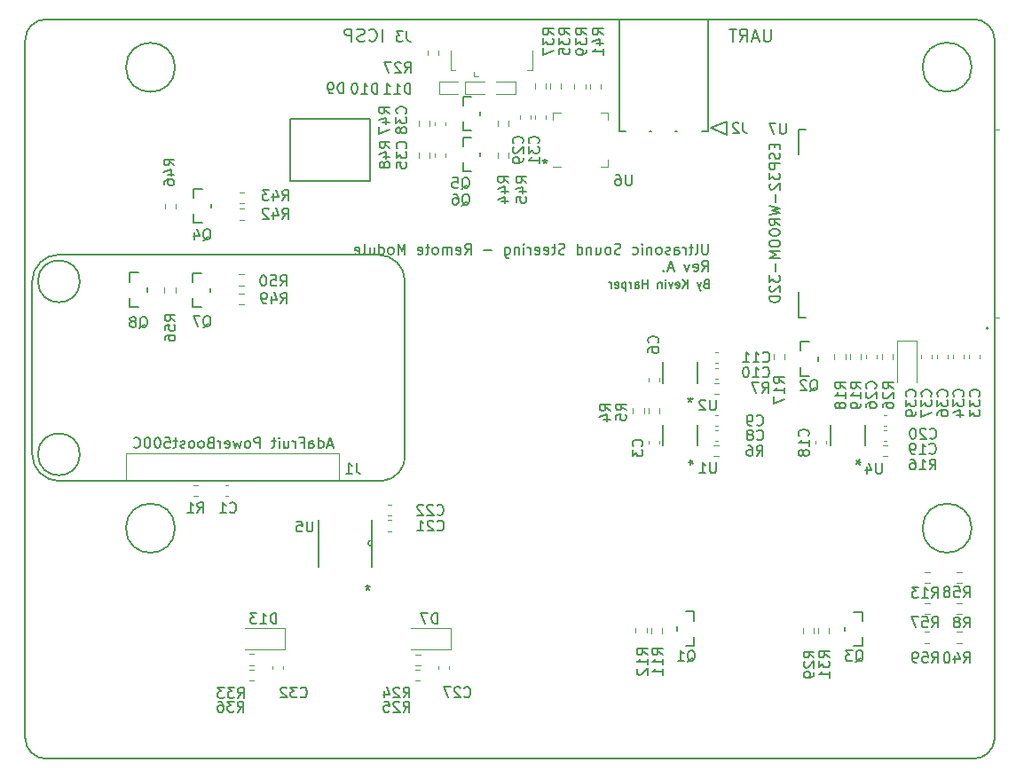
<source format=gbr>
%TF.GenerationSoftware,KiCad,Pcbnew,(6.0.10)*%
%TF.CreationDate,2023-12-11T17:02:30-05:00*%
%TF.ProjectId,Ultrasonic Sound Steering - Remote Rev. A,556c7472-6173-46f6-9e69-6320536f756e,rev?*%
%TF.SameCoordinates,Original*%
%TF.FileFunction,Legend,Bot*%
%TF.FilePolarity,Positive*%
%FSLAX46Y46*%
G04 Gerber Fmt 4.6, Leading zero omitted, Abs format (unit mm)*
G04 Created by KiCad (PCBNEW (6.0.10)) date 2023-12-11 17:02:30*
%MOMM*%
%LPD*%
G01*
G04 APERTURE LIST*
%ADD10C,0.150000*%
%ADD11C,0.200000*%
%ADD12C,0.120000*%
%ADD13C,0.152400*%
%ADD14C,0.203200*%
%ADD15C,0.127000*%
G04 APERTURE END LIST*
D10*
X101000007Y-111580786D02*
G75*
G03*
X102990000Y-113575000I1988393J-5814D01*
G01*
X102990000Y-113575000D02*
X191502500Y-113575000D01*
X102994214Y-43004208D02*
G75*
G03*
X101000000Y-44994214I-5814J-1988392D01*
G01*
X191500000Y-43000000D02*
X102994214Y-43004214D01*
X126270000Y-52500000D02*
X133880000Y-52500000D01*
X133880000Y-52500000D02*
X133880000Y-58450000D01*
X133880000Y-58450000D02*
X126270000Y-58450000D01*
X126270000Y-58450000D02*
X126270000Y-52500000D01*
X193502500Y-111580786D02*
X193502500Y-77000000D01*
X191502500Y-113574940D02*
G75*
G03*
X193502500Y-111675000I-100J2002740D01*
G01*
X193504193Y-44994214D02*
G75*
G03*
X191514214Y-43000000I-1988393J5814D01*
G01*
X193502500Y-77000000D02*
X193504214Y-44994214D01*
X101000000Y-44990000D02*
X101000000Y-111580786D01*
X172154285Y-43942857D02*
X172154285Y-44914285D01*
X172097142Y-45028571D01*
X172040000Y-45085714D01*
X171925714Y-45142857D01*
X171697142Y-45142857D01*
X171582857Y-45085714D01*
X171525714Y-45028571D01*
X171468571Y-44914285D01*
X171468571Y-43942857D01*
X170954285Y-44800000D02*
X170382857Y-44800000D01*
X171068571Y-45142857D02*
X170668571Y-43942857D01*
X170268571Y-45142857D01*
X169182857Y-45142857D02*
X169582857Y-44571428D01*
X169868571Y-45142857D02*
X169868571Y-43942857D01*
X169411428Y-43942857D01*
X169297142Y-44000000D01*
X169240000Y-44057142D01*
X169182857Y-44171428D01*
X169182857Y-44342857D01*
X169240000Y-44457142D01*
X169297142Y-44514285D01*
X169411428Y-44571428D01*
X169868571Y-44571428D01*
X168840000Y-43942857D02*
X168154285Y-43942857D01*
X168497142Y-45142857D02*
X168497142Y-43942857D01*
X164450000Y-79072380D02*
X164450000Y-79310476D01*
X164688095Y-79215238D02*
X164450000Y-79310476D01*
X164211904Y-79215238D01*
X164592857Y-79500952D02*
X164450000Y-79310476D01*
X164307142Y-79500952D01*
X150600000Y-56322380D02*
X150600000Y-56560476D01*
X150838095Y-56465238D02*
X150600000Y-56560476D01*
X150361904Y-56465238D01*
X150742857Y-56750952D02*
X150600000Y-56560476D01*
X150457142Y-56750952D01*
X165948095Y-68242857D02*
X165833809Y-68280952D01*
X165795714Y-68319047D01*
X165757619Y-68395238D01*
X165757619Y-68509523D01*
X165795714Y-68585714D01*
X165833809Y-68623809D01*
X165910000Y-68661904D01*
X166214761Y-68661904D01*
X166214761Y-67861904D01*
X165948095Y-67861904D01*
X165871904Y-67900000D01*
X165833809Y-67938095D01*
X165795714Y-68014285D01*
X165795714Y-68090476D01*
X165833809Y-68166666D01*
X165871904Y-68204761D01*
X165948095Y-68242857D01*
X166214761Y-68242857D01*
X165490952Y-68128571D02*
X165300476Y-68661904D01*
X165110000Y-68128571D02*
X165300476Y-68661904D01*
X165376666Y-68852380D01*
X165414761Y-68890476D01*
X165490952Y-68928571D01*
X164195714Y-68661904D02*
X164195714Y-67861904D01*
X163738571Y-68661904D02*
X164081428Y-68204761D01*
X163738571Y-67861904D02*
X164195714Y-68319047D01*
X163090952Y-68623809D02*
X163167142Y-68661904D01*
X163319523Y-68661904D01*
X163395714Y-68623809D01*
X163433809Y-68547619D01*
X163433809Y-68242857D01*
X163395714Y-68166666D01*
X163319523Y-68128571D01*
X163167142Y-68128571D01*
X163090952Y-68166666D01*
X163052857Y-68242857D01*
X163052857Y-68319047D01*
X163433809Y-68395238D01*
X162786190Y-68128571D02*
X162595714Y-68661904D01*
X162405238Y-68128571D01*
X162100476Y-68661904D02*
X162100476Y-68128571D01*
X162100476Y-67861904D02*
X162138571Y-67900000D01*
X162100476Y-67938095D01*
X162062380Y-67900000D01*
X162100476Y-67861904D01*
X162100476Y-67938095D01*
X161719523Y-68128571D02*
X161719523Y-68661904D01*
X161719523Y-68204761D02*
X161681428Y-68166666D01*
X161605238Y-68128571D01*
X161490952Y-68128571D01*
X161414761Y-68166666D01*
X161376666Y-68242857D01*
X161376666Y-68661904D01*
X160386190Y-68661904D02*
X160386190Y-67861904D01*
X160386190Y-68242857D02*
X159929047Y-68242857D01*
X159929047Y-68661904D02*
X159929047Y-67861904D01*
X159205238Y-68661904D02*
X159205238Y-68242857D01*
X159243333Y-68166666D01*
X159319523Y-68128571D01*
X159471904Y-68128571D01*
X159548095Y-68166666D01*
X159205238Y-68623809D02*
X159281428Y-68661904D01*
X159471904Y-68661904D01*
X159548095Y-68623809D01*
X159586190Y-68547619D01*
X159586190Y-68471428D01*
X159548095Y-68395238D01*
X159471904Y-68357142D01*
X159281428Y-68357142D01*
X159205238Y-68319047D01*
X158824285Y-68661904D02*
X158824285Y-68128571D01*
X158824285Y-68280952D02*
X158786190Y-68204761D01*
X158748095Y-68166666D01*
X158671904Y-68128571D01*
X158595714Y-68128571D01*
X158329047Y-68128571D02*
X158329047Y-68928571D01*
X158329047Y-68166666D02*
X158252857Y-68128571D01*
X158100476Y-68128571D01*
X158024285Y-68166666D01*
X157986190Y-68204761D01*
X157948095Y-68280952D01*
X157948095Y-68509523D01*
X157986190Y-68585714D01*
X158024285Y-68623809D01*
X158100476Y-68661904D01*
X158252857Y-68661904D01*
X158329047Y-68623809D01*
X157300476Y-68623809D02*
X157376666Y-68661904D01*
X157529047Y-68661904D01*
X157605238Y-68623809D01*
X157643333Y-68547619D01*
X157643333Y-68242857D01*
X157605238Y-68166666D01*
X157529047Y-68128571D01*
X157376666Y-68128571D01*
X157300476Y-68166666D01*
X157262380Y-68242857D01*
X157262380Y-68319047D01*
X157643333Y-68395238D01*
X156919523Y-68661904D02*
X156919523Y-68128571D01*
X156919523Y-68280952D02*
X156881428Y-68204761D01*
X156843333Y-68166666D01*
X156767142Y-68128571D01*
X156690952Y-68128571D01*
D11*
X166151904Y-64437380D02*
X166151904Y-65246904D01*
X166104285Y-65342142D01*
X166056666Y-65389761D01*
X165961428Y-65437380D01*
X165770952Y-65437380D01*
X165675714Y-65389761D01*
X165628095Y-65342142D01*
X165580476Y-65246904D01*
X165580476Y-64437380D01*
X164961428Y-65437380D02*
X165056666Y-65389761D01*
X165104285Y-65294523D01*
X165104285Y-64437380D01*
X164723333Y-64770714D02*
X164342380Y-64770714D01*
X164580476Y-64437380D02*
X164580476Y-65294523D01*
X164532857Y-65389761D01*
X164437619Y-65437380D01*
X164342380Y-65437380D01*
X164009047Y-65437380D02*
X164009047Y-64770714D01*
X164009047Y-64961190D02*
X163961428Y-64865952D01*
X163913809Y-64818333D01*
X163818571Y-64770714D01*
X163723333Y-64770714D01*
X162961428Y-65437380D02*
X162961428Y-64913571D01*
X163009047Y-64818333D01*
X163104285Y-64770714D01*
X163294761Y-64770714D01*
X163390000Y-64818333D01*
X162961428Y-65389761D02*
X163056666Y-65437380D01*
X163294761Y-65437380D01*
X163390000Y-65389761D01*
X163437619Y-65294523D01*
X163437619Y-65199285D01*
X163390000Y-65104047D01*
X163294761Y-65056428D01*
X163056666Y-65056428D01*
X162961428Y-65008809D01*
X162532857Y-65389761D02*
X162437619Y-65437380D01*
X162247142Y-65437380D01*
X162151904Y-65389761D01*
X162104285Y-65294523D01*
X162104285Y-65246904D01*
X162151904Y-65151666D01*
X162247142Y-65104047D01*
X162390000Y-65104047D01*
X162485238Y-65056428D01*
X162532857Y-64961190D01*
X162532857Y-64913571D01*
X162485238Y-64818333D01*
X162390000Y-64770714D01*
X162247142Y-64770714D01*
X162151904Y-64818333D01*
X161532857Y-65437380D02*
X161628095Y-65389761D01*
X161675714Y-65342142D01*
X161723333Y-65246904D01*
X161723333Y-64961190D01*
X161675714Y-64865952D01*
X161628095Y-64818333D01*
X161532857Y-64770714D01*
X161390000Y-64770714D01*
X161294761Y-64818333D01*
X161247142Y-64865952D01*
X161199523Y-64961190D01*
X161199523Y-65246904D01*
X161247142Y-65342142D01*
X161294761Y-65389761D01*
X161390000Y-65437380D01*
X161532857Y-65437380D01*
X160770952Y-64770714D02*
X160770952Y-65437380D01*
X160770952Y-64865952D02*
X160723333Y-64818333D01*
X160628095Y-64770714D01*
X160485238Y-64770714D01*
X160390000Y-64818333D01*
X160342380Y-64913571D01*
X160342380Y-65437380D01*
X159866190Y-65437380D02*
X159866190Y-64770714D01*
X159866190Y-64437380D02*
X159913809Y-64485000D01*
X159866190Y-64532619D01*
X159818571Y-64485000D01*
X159866190Y-64437380D01*
X159866190Y-64532619D01*
X158961428Y-65389761D02*
X159056666Y-65437380D01*
X159247142Y-65437380D01*
X159342380Y-65389761D01*
X159390000Y-65342142D01*
X159437619Y-65246904D01*
X159437619Y-64961190D01*
X159390000Y-64865952D01*
X159342380Y-64818333D01*
X159247142Y-64770714D01*
X159056666Y-64770714D01*
X158961428Y-64818333D01*
X157818571Y-65389761D02*
X157675714Y-65437380D01*
X157437619Y-65437380D01*
X157342380Y-65389761D01*
X157294761Y-65342142D01*
X157247142Y-65246904D01*
X157247142Y-65151666D01*
X157294761Y-65056428D01*
X157342380Y-65008809D01*
X157437619Y-64961190D01*
X157628095Y-64913571D01*
X157723333Y-64865952D01*
X157770952Y-64818333D01*
X157818571Y-64723095D01*
X157818571Y-64627857D01*
X157770952Y-64532619D01*
X157723333Y-64485000D01*
X157628095Y-64437380D01*
X157390000Y-64437380D01*
X157247142Y-64485000D01*
X156675714Y-65437380D02*
X156770952Y-65389761D01*
X156818571Y-65342142D01*
X156866190Y-65246904D01*
X156866190Y-64961190D01*
X156818571Y-64865952D01*
X156770952Y-64818333D01*
X156675714Y-64770714D01*
X156532857Y-64770714D01*
X156437619Y-64818333D01*
X156390000Y-64865952D01*
X156342380Y-64961190D01*
X156342380Y-65246904D01*
X156390000Y-65342142D01*
X156437619Y-65389761D01*
X156532857Y-65437380D01*
X156675714Y-65437380D01*
X155485238Y-64770714D02*
X155485238Y-65437380D01*
X155913809Y-64770714D02*
X155913809Y-65294523D01*
X155866190Y-65389761D01*
X155770952Y-65437380D01*
X155628095Y-65437380D01*
X155532857Y-65389761D01*
X155485238Y-65342142D01*
X155009047Y-64770714D02*
X155009047Y-65437380D01*
X155009047Y-64865952D02*
X154961428Y-64818333D01*
X154866190Y-64770714D01*
X154723333Y-64770714D01*
X154628095Y-64818333D01*
X154580476Y-64913571D01*
X154580476Y-65437380D01*
X153675714Y-65437380D02*
X153675714Y-64437380D01*
X153675714Y-65389761D02*
X153770952Y-65437380D01*
X153961428Y-65437380D01*
X154056666Y-65389761D01*
X154104285Y-65342142D01*
X154151904Y-65246904D01*
X154151904Y-64961190D01*
X154104285Y-64865952D01*
X154056666Y-64818333D01*
X153961428Y-64770714D01*
X153770952Y-64770714D01*
X153675714Y-64818333D01*
X152485238Y-65389761D02*
X152342380Y-65437380D01*
X152104285Y-65437380D01*
X152009047Y-65389761D01*
X151961428Y-65342142D01*
X151913809Y-65246904D01*
X151913809Y-65151666D01*
X151961428Y-65056428D01*
X152009047Y-65008809D01*
X152104285Y-64961190D01*
X152294761Y-64913571D01*
X152390000Y-64865952D01*
X152437619Y-64818333D01*
X152485238Y-64723095D01*
X152485238Y-64627857D01*
X152437619Y-64532619D01*
X152390000Y-64485000D01*
X152294761Y-64437380D01*
X152056666Y-64437380D01*
X151913809Y-64485000D01*
X151628095Y-64770714D02*
X151247142Y-64770714D01*
X151485238Y-64437380D02*
X151485238Y-65294523D01*
X151437619Y-65389761D01*
X151342380Y-65437380D01*
X151247142Y-65437380D01*
X150532857Y-65389761D02*
X150628095Y-65437380D01*
X150818571Y-65437380D01*
X150913809Y-65389761D01*
X150961428Y-65294523D01*
X150961428Y-64913571D01*
X150913809Y-64818333D01*
X150818571Y-64770714D01*
X150628095Y-64770714D01*
X150532857Y-64818333D01*
X150485238Y-64913571D01*
X150485238Y-65008809D01*
X150961428Y-65104047D01*
X149675714Y-65389761D02*
X149770952Y-65437380D01*
X149961428Y-65437380D01*
X150056666Y-65389761D01*
X150104285Y-65294523D01*
X150104285Y-64913571D01*
X150056666Y-64818333D01*
X149961428Y-64770714D01*
X149770952Y-64770714D01*
X149675714Y-64818333D01*
X149628095Y-64913571D01*
X149628095Y-65008809D01*
X150104285Y-65104047D01*
X149199523Y-65437380D02*
X149199523Y-64770714D01*
X149199523Y-64961190D02*
X149151904Y-64865952D01*
X149104285Y-64818333D01*
X149009047Y-64770714D01*
X148913809Y-64770714D01*
X148580476Y-65437380D02*
X148580476Y-64770714D01*
X148580476Y-64437380D02*
X148628095Y-64485000D01*
X148580476Y-64532619D01*
X148532857Y-64485000D01*
X148580476Y-64437380D01*
X148580476Y-64532619D01*
X148104285Y-64770714D02*
X148104285Y-65437380D01*
X148104285Y-64865952D02*
X148056666Y-64818333D01*
X147961428Y-64770714D01*
X147818571Y-64770714D01*
X147723333Y-64818333D01*
X147675714Y-64913571D01*
X147675714Y-65437380D01*
X146770952Y-64770714D02*
X146770952Y-65580238D01*
X146818571Y-65675476D01*
X146866190Y-65723095D01*
X146961428Y-65770714D01*
X147104285Y-65770714D01*
X147199523Y-65723095D01*
X146770952Y-65389761D02*
X146866190Y-65437380D01*
X147056666Y-65437380D01*
X147151904Y-65389761D01*
X147199523Y-65342142D01*
X147247142Y-65246904D01*
X147247142Y-64961190D01*
X147199523Y-64865952D01*
X147151904Y-64818333D01*
X147056666Y-64770714D01*
X146866190Y-64770714D01*
X146770952Y-64818333D01*
X145532857Y-65056428D02*
X144770952Y-65056428D01*
X142961428Y-65437380D02*
X143294761Y-64961190D01*
X143532857Y-65437380D02*
X143532857Y-64437380D01*
X143151904Y-64437380D01*
X143056666Y-64485000D01*
X143009047Y-64532619D01*
X142961428Y-64627857D01*
X142961428Y-64770714D01*
X143009047Y-64865952D01*
X143056666Y-64913571D01*
X143151904Y-64961190D01*
X143532857Y-64961190D01*
X142151904Y-65389761D02*
X142247142Y-65437380D01*
X142437619Y-65437380D01*
X142532857Y-65389761D01*
X142580476Y-65294523D01*
X142580476Y-64913571D01*
X142532857Y-64818333D01*
X142437619Y-64770714D01*
X142247142Y-64770714D01*
X142151904Y-64818333D01*
X142104285Y-64913571D01*
X142104285Y-65008809D01*
X142580476Y-65104047D01*
X141675714Y-65437380D02*
X141675714Y-64770714D01*
X141675714Y-64865952D02*
X141628095Y-64818333D01*
X141532857Y-64770714D01*
X141390000Y-64770714D01*
X141294761Y-64818333D01*
X141247142Y-64913571D01*
X141247142Y-65437380D01*
X141247142Y-64913571D02*
X141199523Y-64818333D01*
X141104285Y-64770714D01*
X140961428Y-64770714D01*
X140866190Y-64818333D01*
X140818571Y-64913571D01*
X140818571Y-65437380D01*
X140199523Y-65437380D02*
X140294761Y-65389761D01*
X140342380Y-65342142D01*
X140390000Y-65246904D01*
X140390000Y-64961190D01*
X140342380Y-64865952D01*
X140294761Y-64818333D01*
X140199523Y-64770714D01*
X140056666Y-64770714D01*
X139961428Y-64818333D01*
X139913809Y-64865952D01*
X139866190Y-64961190D01*
X139866190Y-65246904D01*
X139913809Y-65342142D01*
X139961428Y-65389761D01*
X140056666Y-65437380D01*
X140199523Y-65437380D01*
X139580476Y-64770714D02*
X139199523Y-64770714D01*
X139437619Y-64437380D02*
X139437619Y-65294523D01*
X139390000Y-65389761D01*
X139294761Y-65437380D01*
X139199523Y-65437380D01*
X138485238Y-65389761D02*
X138580476Y-65437380D01*
X138770952Y-65437380D01*
X138866190Y-65389761D01*
X138913809Y-65294523D01*
X138913809Y-64913571D01*
X138866190Y-64818333D01*
X138770952Y-64770714D01*
X138580476Y-64770714D01*
X138485238Y-64818333D01*
X138437619Y-64913571D01*
X138437619Y-65008809D01*
X138913809Y-65104047D01*
X137247142Y-65437380D02*
X137247142Y-64437380D01*
X136913809Y-65151666D01*
X136580476Y-64437380D01*
X136580476Y-65437380D01*
X135961428Y-65437380D02*
X136056666Y-65389761D01*
X136104285Y-65342142D01*
X136151904Y-65246904D01*
X136151904Y-64961190D01*
X136104285Y-64865952D01*
X136056666Y-64818333D01*
X135961428Y-64770714D01*
X135818571Y-64770714D01*
X135723333Y-64818333D01*
X135675714Y-64865952D01*
X135628095Y-64961190D01*
X135628095Y-65246904D01*
X135675714Y-65342142D01*
X135723333Y-65389761D01*
X135818571Y-65437380D01*
X135961428Y-65437380D01*
X134770952Y-65437380D02*
X134770952Y-64437380D01*
X134770952Y-65389761D02*
X134866190Y-65437380D01*
X135056666Y-65437380D01*
X135151904Y-65389761D01*
X135199523Y-65342142D01*
X135247142Y-65246904D01*
X135247142Y-64961190D01*
X135199523Y-64865952D01*
X135151904Y-64818333D01*
X135056666Y-64770714D01*
X134866190Y-64770714D01*
X134770952Y-64818333D01*
X133866190Y-64770714D02*
X133866190Y-65437380D01*
X134294761Y-64770714D02*
X134294761Y-65294523D01*
X134247142Y-65389761D01*
X134151904Y-65437380D01*
X134009047Y-65437380D01*
X133913809Y-65389761D01*
X133866190Y-65342142D01*
X133247142Y-65437380D02*
X133342380Y-65389761D01*
X133390000Y-65294523D01*
X133390000Y-64437380D01*
X132485238Y-65389761D02*
X132580476Y-65437380D01*
X132770952Y-65437380D01*
X132866190Y-65389761D01*
X132913809Y-65294523D01*
X132913809Y-64913571D01*
X132866190Y-64818333D01*
X132770952Y-64770714D01*
X132580476Y-64770714D01*
X132485238Y-64818333D01*
X132437619Y-64913571D01*
X132437619Y-65008809D01*
X132913809Y-65104047D01*
X165580476Y-67047380D02*
X165913809Y-66571190D01*
X166151904Y-67047380D02*
X166151904Y-66047380D01*
X165770952Y-66047380D01*
X165675714Y-66095000D01*
X165628095Y-66142619D01*
X165580476Y-66237857D01*
X165580476Y-66380714D01*
X165628095Y-66475952D01*
X165675714Y-66523571D01*
X165770952Y-66571190D01*
X166151904Y-66571190D01*
X164770952Y-66999761D02*
X164866190Y-67047380D01*
X165056666Y-67047380D01*
X165151904Y-66999761D01*
X165199523Y-66904523D01*
X165199523Y-66523571D01*
X165151904Y-66428333D01*
X165056666Y-66380714D01*
X164866190Y-66380714D01*
X164770952Y-66428333D01*
X164723333Y-66523571D01*
X164723333Y-66618809D01*
X165199523Y-66714047D01*
X164390000Y-66380714D02*
X164151904Y-67047380D01*
X163913809Y-66380714D01*
X162818571Y-66761666D02*
X162342380Y-66761666D01*
X162913809Y-67047380D02*
X162580476Y-66047380D01*
X162247142Y-67047380D01*
X161913809Y-66952142D02*
X161866190Y-66999761D01*
X161913809Y-67047380D01*
X161961428Y-66999761D01*
X161913809Y-66952142D01*
X161913809Y-67047380D01*
D10*
X133690000Y-97002380D02*
X133690000Y-97240476D01*
X133928095Y-97145238D02*
X133690000Y-97240476D01*
X133451904Y-97145238D01*
X133832857Y-97430952D02*
X133690000Y-97240476D01*
X133547142Y-97430952D01*
X135071428Y-45122857D02*
X135071428Y-43922857D01*
X133814285Y-45008571D02*
X133871428Y-45065714D01*
X134042857Y-45122857D01*
X134157142Y-45122857D01*
X134328571Y-45065714D01*
X134442857Y-44951428D01*
X134500000Y-44837142D01*
X134557142Y-44608571D01*
X134557142Y-44437142D01*
X134500000Y-44208571D01*
X134442857Y-44094285D01*
X134328571Y-43980000D01*
X134157142Y-43922857D01*
X134042857Y-43922857D01*
X133871428Y-43980000D01*
X133814285Y-44037142D01*
X133357142Y-45065714D02*
X133185714Y-45122857D01*
X132900000Y-45122857D01*
X132785714Y-45065714D01*
X132728571Y-45008571D01*
X132671428Y-44894285D01*
X132671428Y-44780000D01*
X132728571Y-44665714D01*
X132785714Y-44608571D01*
X132900000Y-44551428D01*
X133128571Y-44494285D01*
X133242857Y-44437142D01*
X133300000Y-44380000D01*
X133357142Y-44265714D01*
X133357142Y-44151428D01*
X133300000Y-44037142D01*
X133242857Y-43980000D01*
X133128571Y-43922857D01*
X132842857Y-43922857D01*
X132671428Y-43980000D01*
X132157142Y-45122857D02*
X132157142Y-43922857D01*
X131700000Y-43922857D01*
X131585714Y-43980000D01*
X131528571Y-44037142D01*
X131471428Y-44151428D01*
X131471428Y-44322857D01*
X131528571Y-44437142D01*
X131585714Y-44494285D01*
X131700000Y-44551428D01*
X132157142Y-44551428D01*
%TO.C,D11*%
X137744285Y-50112380D02*
X137744285Y-49112380D01*
X137506190Y-49112380D01*
X137363333Y-49160000D01*
X137268095Y-49255238D01*
X137220476Y-49350476D01*
X137172857Y-49540952D01*
X137172857Y-49683809D01*
X137220476Y-49874285D01*
X137268095Y-49969523D01*
X137363333Y-50064761D01*
X137506190Y-50112380D01*
X137744285Y-50112380D01*
X136220476Y-50112380D02*
X136791904Y-50112380D01*
X136506190Y-50112380D02*
X136506190Y-49112380D01*
X136601428Y-49255238D01*
X136696666Y-49350476D01*
X136791904Y-49398095D01*
X135268095Y-50112380D02*
X135839523Y-50112380D01*
X135553809Y-50112380D02*
X135553809Y-49112380D01*
X135649047Y-49255238D01*
X135744285Y-49350476D01*
X135839523Y-49398095D01*
%TO.C,R11*%
X161852380Y-103667142D02*
X161376190Y-103333809D01*
X161852380Y-103095714D02*
X160852380Y-103095714D01*
X160852380Y-103476666D01*
X160900000Y-103571904D01*
X160947619Y-103619523D01*
X161042857Y-103667142D01*
X161185714Y-103667142D01*
X161280952Y-103619523D01*
X161328571Y-103571904D01*
X161376190Y-103476666D01*
X161376190Y-103095714D01*
X161852380Y-104619523D02*
X161852380Y-104048095D01*
X161852380Y-104333809D02*
X160852380Y-104333809D01*
X160995238Y-104238571D01*
X161090476Y-104143333D01*
X161138095Y-104048095D01*
X161852380Y-105571904D02*
X161852380Y-105000476D01*
X161852380Y-105286190D02*
X160852380Y-105286190D01*
X160995238Y-105190952D01*
X161090476Y-105095714D01*
X161138095Y-105000476D01*
%TO.C,R35*%
X152932380Y-44467142D02*
X152456190Y-44133809D01*
X152932380Y-43895714D02*
X151932380Y-43895714D01*
X151932380Y-44276666D01*
X151980000Y-44371904D01*
X152027619Y-44419523D01*
X152122857Y-44467142D01*
X152265714Y-44467142D01*
X152360952Y-44419523D01*
X152408571Y-44371904D01*
X152456190Y-44276666D01*
X152456190Y-43895714D01*
X151932380Y-44800476D02*
X151932380Y-45419523D01*
X152313333Y-45086190D01*
X152313333Y-45229047D01*
X152360952Y-45324285D01*
X152408571Y-45371904D01*
X152503809Y-45419523D01*
X152741904Y-45419523D01*
X152837142Y-45371904D01*
X152884761Y-45324285D01*
X152932380Y-45229047D01*
X152932380Y-44943333D01*
X152884761Y-44848095D01*
X152837142Y-44800476D01*
X151932380Y-46324285D02*
X151932380Y-45848095D01*
X152408571Y-45800476D01*
X152360952Y-45848095D01*
X152313333Y-45943333D01*
X152313333Y-46181428D01*
X152360952Y-46276666D01*
X152408571Y-46324285D01*
X152503809Y-46371904D01*
X152741904Y-46371904D01*
X152837142Y-46324285D01*
X152884761Y-46276666D01*
X152932380Y-46181428D01*
X152932380Y-45943333D01*
X152884761Y-45848095D01*
X152837142Y-45800476D01*
%TO.C,Q4*%
X117975238Y-64117619D02*
X118070476Y-64070000D01*
X118165714Y-63974761D01*
X118308571Y-63831904D01*
X118403809Y-63784285D01*
X118499047Y-63784285D01*
X118451428Y-64022380D02*
X118546666Y-63974761D01*
X118641904Y-63879523D01*
X118689523Y-63689047D01*
X118689523Y-63355714D01*
X118641904Y-63165238D01*
X118546666Y-63070000D01*
X118451428Y-63022380D01*
X118260952Y-63022380D01*
X118165714Y-63070000D01*
X118070476Y-63165238D01*
X118022857Y-63355714D01*
X118022857Y-63689047D01*
X118070476Y-63879523D01*
X118165714Y-63974761D01*
X118260952Y-64022380D01*
X118451428Y-64022380D01*
X117165714Y-63355714D02*
X117165714Y-64022380D01*
X117403809Y-62974761D02*
X117641904Y-63689047D01*
X117022857Y-63689047D01*
%TO.C,R1*%
X117426666Y-90102380D02*
X117760000Y-89626190D01*
X117998095Y-90102380D02*
X117998095Y-89102380D01*
X117617142Y-89102380D01*
X117521904Y-89150000D01*
X117474285Y-89197619D01*
X117426666Y-89292857D01*
X117426666Y-89435714D01*
X117474285Y-89530952D01*
X117521904Y-89578571D01*
X117617142Y-89626190D01*
X117998095Y-89626190D01*
X116474285Y-90102380D02*
X117045714Y-90102380D01*
X116760000Y-90102380D02*
X116760000Y-89102380D01*
X116855238Y-89245238D01*
X116950476Y-89340476D01*
X117045714Y-89388095D01*
%TO.C,J1*%
X132623333Y-85342380D02*
X132623333Y-86056666D01*
X132670952Y-86199523D01*
X132766190Y-86294761D01*
X132909047Y-86342380D01*
X133004285Y-86342380D01*
X131623333Y-86342380D02*
X132194761Y-86342380D01*
X131909047Y-86342380D02*
X131909047Y-85342380D01*
X132004285Y-85485238D01*
X132099523Y-85580476D01*
X132194761Y-85628095D01*
X130326190Y-83626666D02*
X129850000Y-83626666D01*
X130421428Y-83912380D02*
X130088095Y-82912380D01*
X129754761Y-83912380D01*
X128992857Y-83912380D02*
X128992857Y-82912380D01*
X128992857Y-83864761D02*
X129088095Y-83912380D01*
X129278571Y-83912380D01*
X129373809Y-83864761D01*
X129421428Y-83817142D01*
X129469047Y-83721904D01*
X129469047Y-83436190D01*
X129421428Y-83340952D01*
X129373809Y-83293333D01*
X129278571Y-83245714D01*
X129088095Y-83245714D01*
X128992857Y-83293333D01*
X128088095Y-83912380D02*
X128088095Y-83388571D01*
X128135714Y-83293333D01*
X128230952Y-83245714D01*
X128421428Y-83245714D01*
X128516666Y-83293333D01*
X128088095Y-83864761D02*
X128183333Y-83912380D01*
X128421428Y-83912380D01*
X128516666Y-83864761D01*
X128564285Y-83769523D01*
X128564285Y-83674285D01*
X128516666Y-83579047D01*
X128421428Y-83531428D01*
X128183333Y-83531428D01*
X128088095Y-83483809D01*
X127278571Y-83388571D02*
X127611904Y-83388571D01*
X127611904Y-83912380D02*
X127611904Y-82912380D01*
X127135714Y-82912380D01*
X126754761Y-83912380D02*
X126754761Y-83245714D01*
X126754761Y-83436190D02*
X126707142Y-83340952D01*
X126659523Y-83293333D01*
X126564285Y-83245714D01*
X126469047Y-83245714D01*
X125707142Y-83245714D02*
X125707142Y-83912380D01*
X126135714Y-83245714D02*
X126135714Y-83769523D01*
X126088095Y-83864761D01*
X125992857Y-83912380D01*
X125850000Y-83912380D01*
X125754761Y-83864761D01*
X125707142Y-83817142D01*
X125230952Y-83912380D02*
X125230952Y-83245714D01*
X125230952Y-82912380D02*
X125278571Y-82960000D01*
X125230952Y-83007619D01*
X125183333Y-82960000D01*
X125230952Y-82912380D01*
X125230952Y-83007619D01*
X124897619Y-83245714D02*
X124516666Y-83245714D01*
X124754761Y-82912380D02*
X124754761Y-83769523D01*
X124707142Y-83864761D01*
X124611904Y-83912380D01*
X124516666Y-83912380D01*
X123421428Y-83912380D02*
X123421428Y-82912380D01*
X123040476Y-82912380D01*
X122945238Y-82960000D01*
X122897619Y-83007619D01*
X122850000Y-83102857D01*
X122850000Y-83245714D01*
X122897619Y-83340952D01*
X122945238Y-83388571D01*
X123040476Y-83436190D01*
X123421428Y-83436190D01*
X122278571Y-83912380D02*
X122373809Y-83864761D01*
X122421428Y-83817142D01*
X122469047Y-83721904D01*
X122469047Y-83436190D01*
X122421428Y-83340952D01*
X122373809Y-83293333D01*
X122278571Y-83245714D01*
X122135714Y-83245714D01*
X122040476Y-83293333D01*
X121992857Y-83340952D01*
X121945238Y-83436190D01*
X121945238Y-83721904D01*
X121992857Y-83817142D01*
X122040476Y-83864761D01*
X122135714Y-83912380D01*
X122278571Y-83912380D01*
X121611904Y-83245714D02*
X121421428Y-83912380D01*
X121230952Y-83436190D01*
X121040476Y-83912380D01*
X120850000Y-83245714D01*
X120088095Y-83864761D02*
X120183333Y-83912380D01*
X120373809Y-83912380D01*
X120469047Y-83864761D01*
X120516666Y-83769523D01*
X120516666Y-83388571D01*
X120469047Y-83293333D01*
X120373809Y-83245714D01*
X120183333Y-83245714D01*
X120088095Y-83293333D01*
X120040476Y-83388571D01*
X120040476Y-83483809D01*
X120516666Y-83579047D01*
X119611904Y-83912380D02*
X119611904Y-83245714D01*
X119611904Y-83436190D02*
X119564285Y-83340952D01*
X119516666Y-83293333D01*
X119421428Y-83245714D01*
X119326190Y-83245714D01*
X118659523Y-83388571D02*
X118516666Y-83436190D01*
X118469047Y-83483809D01*
X118421428Y-83579047D01*
X118421428Y-83721904D01*
X118469047Y-83817142D01*
X118516666Y-83864761D01*
X118611904Y-83912380D01*
X118992857Y-83912380D01*
X118992857Y-82912380D01*
X118659523Y-82912380D01*
X118564285Y-82960000D01*
X118516666Y-83007619D01*
X118469047Y-83102857D01*
X118469047Y-83198095D01*
X118516666Y-83293333D01*
X118564285Y-83340952D01*
X118659523Y-83388571D01*
X118992857Y-83388571D01*
X117850000Y-83912380D02*
X117945238Y-83864761D01*
X117992857Y-83817142D01*
X118040476Y-83721904D01*
X118040476Y-83436190D01*
X117992857Y-83340952D01*
X117945238Y-83293333D01*
X117850000Y-83245714D01*
X117707142Y-83245714D01*
X117611904Y-83293333D01*
X117564285Y-83340952D01*
X117516666Y-83436190D01*
X117516666Y-83721904D01*
X117564285Y-83817142D01*
X117611904Y-83864761D01*
X117707142Y-83912380D01*
X117850000Y-83912380D01*
X116945238Y-83912380D02*
X117040476Y-83864761D01*
X117088095Y-83817142D01*
X117135714Y-83721904D01*
X117135714Y-83436190D01*
X117088095Y-83340952D01*
X117040476Y-83293333D01*
X116945238Y-83245714D01*
X116802380Y-83245714D01*
X116707142Y-83293333D01*
X116659523Y-83340952D01*
X116611904Y-83436190D01*
X116611904Y-83721904D01*
X116659523Y-83817142D01*
X116707142Y-83864761D01*
X116802380Y-83912380D01*
X116945238Y-83912380D01*
X116230952Y-83864761D02*
X116135714Y-83912380D01*
X115945238Y-83912380D01*
X115850000Y-83864761D01*
X115802380Y-83769523D01*
X115802380Y-83721904D01*
X115850000Y-83626666D01*
X115945238Y-83579047D01*
X116088095Y-83579047D01*
X116183333Y-83531428D01*
X116230952Y-83436190D01*
X116230952Y-83388571D01*
X116183333Y-83293333D01*
X116088095Y-83245714D01*
X115945238Y-83245714D01*
X115850000Y-83293333D01*
X115516666Y-83245714D02*
X115135714Y-83245714D01*
X115373809Y-82912380D02*
X115373809Y-83769523D01*
X115326190Y-83864761D01*
X115230952Y-83912380D01*
X115135714Y-83912380D01*
X114326190Y-82912380D02*
X114802380Y-82912380D01*
X114850000Y-83388571D01*
X114802380Y-83340952D01*
X114707142Y-83293333D01*
X114469047Y-83293333D01*
X114373809Y-83340952D01*
X114326190Y-83388571D01*
X114278571Y-83483809D01*
X114278571Y-83721904D01*
X114326190Y-83817142D01*
X114373809Y-83864761D01*
X114469047Y-83912380D01*
X114707142Y-83912380D01*
X114802380Y-83864761D01*
X114850000Y-83817142D01*
X113659523Y-82912380D02*
X113564285Y-82912380D01*
X113469047Y-82960000D01*
X113421428Y-83007619D01*
X113373809Y-83102857D01*
X113326190Y-83293333D01*
X113326190Y-83531428D01*
X113373809Y-83721904D01*
X113421428Y-83817142D01*
X113469047Y-83864761D01*
X113564285Y-83912380D01*
X113659523Y-83912380D01*
X113754761Y-83864761D01*
X113802380Y-83817142D01*
X113850000Y-83721904D01*
X113897619Y-83531428D01*
X113897619Y-83293333D01*
X113850000Y-83102857D01*
X113802380Y-83007619D01*
X113754761Y-82960000D01*
X113659523Y-82912380D01*
X112707142Y-82912380D02*
X112611904Y-82912380D01*
X112516666Y-82960000D01*
X112469047Y-83007619D01*
X112421428Y-83102857D01*
X112373809Y-83293333D01*
X112373809Y-83531428D01*
X112421428Y-83721904D01*
X112469047Y-83817142D01*
X112516666Y-83864761D01*
X112611904Y-83912380D01*
X112707142Y-83912380D01*
X112802380Y-83864761D01*
X112850000Y-83817142D01*
X112897619Y-83721904D01*
X112945238Y-83531428D01*
X112945238Y-83293333D01*
X112897619Y-83102857D01*
X112850000Y-83007619D01*
X112802380Y-82960000D01*
X112707142Y-82912380D01*
X111373809Y-83817142D02*
X111421428Y-83864761D01*
X111564285Y-83912380D01*
X111659523Y-83912380D01*
X111802380Y-83864761D01*
X111897619Y-83769523D01*
X111945238Y-83674285D01*
X111992857Y-83483809D01*
X111992857Y-83340952D01*
X111945238Y-83150476D01*
X111897619Y-83055238D01*
X111802380Y-82960000D01*
X111659523Y-82912380D01*
X111564285Y-82912380D01*
X111421428Y-82960000D01*
X111373809Y-83007619D01*
%TO.C,C35*%
X137312142Y-55312142D02*
X137359761Y-55264523D01*
X137407380Y-55121666D01*
X137407380Y-55026428D01*
X137359761Y-54883571D01*
X137264523Y-54788333D01*
X137169285Y-54740714D01*
X136978809Y-54693095D01*
X136835952Y-54693095D01*
X136645476Y-54740714D01*
X136550238Y-54788333D01*
X136455000Y-54883571D01*
X136407380Y-55026428D01*
X136407380Y-55121666D01*
X136455000Y-55264523D01*
X136502619Y-55312142D01*
X136407380Y-55645476D02*
X136407380Y-56264523D01*
X136788333Y-55931190D01*
X136788333Y-56074047D01*
X136835952Y-56169285D01*
X136883571Y-56216904D01*
X136978809Y-56264523D01*
X137216904Y-56264523D01*
X137312142Y-56216904D01*
X137359761Y-56169285D01*
X137407380Y-56074047D01*
X137407380Y-55788333D01*
X137359761Y-55693095D01*
X137312142Y-55645476D01*
X136407380Y-57169285D02*
X136407380Y-56693095D01*
X136883571Y-56645476D01*
X136835952Y-56693095D01*
X136788333Y-56788333D01*
X136788333Y-57026428D01*
X136835952Y-57121666D01*
X136883571Y-57169285D01*
X136978809Y-57216904D01*
X137216904Y-57216904D01*
X137312142Y-57169285D01*
X137359761Y-57121666D01*
X137407380Y-57026428D01*
X137407380Y-56788333D01*
X137359761Y-56693095D01*
X137312142Y-56645476D01*
%TO.C,Q3*%
X180215238Y-104347619D02*
X180310476Y-104300000D01*
X180405714Y-104204761D01*
X180548571Y-104061904D01*
X180643809Y-104014285D01*
X180739047Y-104014285D01*
X180691428Y-104252380D02*
X180786666Y-104204761D01*
X180881904Y-104109523D01*
X180929523Y-103919047D01*
X180929523Y-103585714D01*
X180881904Y-103395238D01*
X180786666Y-103300000D01*
X180691428Y-103252380D01*
X180500952Y-103252380D01*
X180405714Y-103300000D01*
X180310476Y-103395238D01*
X180262857Y-103585714D01*
X180262857Y-103919047D01*
X180310476Y-104109523D01*
X180405714Y-104204761D01*
X180500952Y-104252380D01*
X180691428Y-104252380D01*
X179929523Y-103252380D02*
X179310476Y-103252380D01*
X179643809Y-103633333D01*
X179500952Y-103633333D01*
X179405714Y-103680952D01*
X179358095Y-103728571D01*
X179310476Y-103823809D01*
X179310476Y-104061904D01*
X179358095Y-104157142D01*
X179405714Y-104204761D01*
X179500952Y-104252380D01*
X179786666Y-104252380D01*
X179881904Y-104204761D01*
X179929523Y-104157142D01*
%TO.C,R33*%
X121272857Y-107782380D02*
X121606190Y-107306190D01*
X121844285Y-107782380D02*
X121844285Y-106782380D01*
X121463333Y-106782380D01*
X121368095Y-106830000D01*
X121320476Y-106877619D01*
X121272857Y-106972857D01*
X121272857Y-107115714D01*
X121320476Y-107210952D01*
X121368095Y-107258571D01*
X121463333Y-107306190D01*
X121844285Y-107306190D01*
X120939523Y-106782380D02*
X120320476Y-106782380D01*
X120653809Y-107163333D01*
X120510952Y-107163333D01*
X120415714Y-107210952D01*
X120368095Y-107258571D01*
X120320476Y-107353809D01*
X120320476Y-107591904D01*
X120368095Y-107687142D01*
X120415714Y-107734761D01*
X120510952Y-107782380D01*
X120796666Y-107782380D01*
X120891904Y-107734761D01*
X120939523Y-107687142D01*
X119987142Y-106782380D02*
X119368095Y-106782380D01*
X119701428Y-107163333D01*
X119558571Y-107163333D01*
X119463333Y-107210952D01*
X119415714Y-107258571D01*
X119368095Y-107353809D01*
X119368095Y-107591904D01*
X119415714Y-107687142D01*
X119463333Y-107734761D01*
X119558571Y-107782380D01*
X119844285Y-107782380D01*
X119939523Y-107734761D01*
X119987142Y-107687142D01*
%TO.C,R36*%
X121257857Y-109112380D02*
X121591190Y-108636190D01*
X121829285Y-109112380D02*
X121829285Y-108112380D01*
X121448333Y-108112380D01*
X121353095Y-108160000D01*
X121305476Y-108207619D01*
X121257857Y-108302857D01*
X121257857Y-108445714D01*
X121305476Y-108540952D01*
X121353095Y-108588571D01*
X121448333Y-108636190D01*
X121829285Y-108636190D01*
X120924523Y-108112380D02*
X120305476Y-108112380D01*
X120638809Y-108493333D01*
X120495952Y-108493333D01*
X120400714Y-108540952D01*
X120353095Y-108588571D01*
X120305476Y-108683809D01*
X120305476Y-108921904D01*
X120353095Y-109017142D01*
X120400714Y-109064761D01*
X120495952Y-109112380D01*
X120781666Y-109112380D01*
X120876904Y-109064761D01*
X120924523Y-109017142D01*
X119448333Y-108112380D02*
X119638809Y-108112380D01*
X119734047Y-108160000D01*
X119781666Y-108207619D01*
X119876904Y-108350476D01*
X119924523Y-108540952D01*
X119924523Y-108921904D01*
X119876904Y-109017142D01*
X119829285Y-109064761D01*
X119734047Y-109112380D01*
X119543571Y-109112380D01*
X119448333Y-109064761D01*
X119400714Y-109017142D01*
X119353095Y-108921904D01*
X119353095Y-108683809D01*
X119400714Y-108588571D01*
X119448333Y-108540952D01*
X119543571Y-108493333D01*
X119734047Y-108493333D01*
X119829285Y-108540952D01*
X119876904Y-108588571D01*
X119924523Y-108683809D01*
%TO.C,U5*%
X128441904Y-90922380D02*
X128441904Y-91731904D01*
X128394285Y-91827142D01*
X128346666Y-91874761D01*
X128251428Y-91922380D01*
X128060952Y-91922380D01*
X127965714Y-91874761D01*
X127918095Y-91827142D01*
X127870476Y-91731904D01*
X127870476Y-90922380D01*
X126918095Y-90922380D02*
X127394285Y-90922380D01*
X127441904Y-91398571D01*
X127394285Y-91350952D01*
X127299047Y-91303333D01*
X127060952Y-91303333D01*
X126965714Y-91350952D01*
X126918095Y-91398571D01*
X126870476Y-91493809D01*
X126870476Y-91731904D01*
X126918095Y-91827142D01*
X126965714Y-91874761D01*
X127060952Y-91922380D01*
X127299047Y-91922380D01*
X127394285Y-91874761D01*
X127441904Y-91827142D01*
%TO.C,R27*%
X137222857Y-48092380D02*
X137556190Y-47616190D01*
X137794285Y-48092380D02*
X137794285Y-47092380D01*
X137413333Y-47092380D01*
X137318095Y-47140000D01*
X137270476Y-47187619D01*
X137222857Y-47282857D01*
X137222857Y-47425714D01*
X137270476Y-47520952D01*
X137318095Y-47568571D01*
X137413333Y-47616190D01*
X137794285Y-47616190D01*
X136841904Y-47187619D02*
X136794285Y-47140000D01*
X136699047Y-47092380D01*
X136460952Y-47092380D01*
X136365714Y-47140000D01*
X136318095Y-47187619D01*
X136270476Y-47282857D01*
X136270476Y-47378095D01*
X136318095Y-47520952D01*
X136889523Y-48092380D01*
X136270476Y-48092380D01*
X135937142Y-47092380D02*
X135270476Y-47092380D01*
X135699047Y-48092380D01*
%TO.C,Q8*%
X111905238Y-72487619D02*
X112000476Y-72440000D01*
X112095714Y-72344761D01*
X112238571Y-72201904D01*
X112333809Y-72154285D01*
X112429047Y-72154285D01*
X112381428Y-72392380D02*
X112476666Y-72344761D01*
X112571904Y-72249523D01*
X112619523Y-72059047D01*
X112619523Y-71725714D01*
X112571904Y-71535238D01*
X112476666Y-71440000D01*
X112381428Y-71392380D01*
X112190952Y-71392380D01*
X112095714Y-71440000D01*
X112000476Y-71535238D01*
X111952857Y-71725714D01*
X111952857Y-72059047D01*
X112000476Y-72249523D01*
X112095714Y-72344761D01*
X112190952Y-72392380D01*
X112381428Y-72392380D01*
X111381428Y-71820952D02*
X111476666Y-71773333D01*
X111524285Y-71725714D01*
X111571904Y-71630476D01*
X111571904Y-71582857D01*
X111524285Y-71487619D01*
X111476666Y-71440000D01*
X111381428Y-71392380D01*
X111190952Y-71392380D01*
X111095714Y-71440000D01*
X111048095Y-71487619D01*
X111000476Y-71582857D01*
X111000476Y-71630476D01*
X111048095Y-71725714D01*
X111095714Y-71773333D01*
X111190952Y-71820952D01*
X111381428Y-71820952D01*
X111476666Y-71868571D01*
X111524285Y-71916190D01*
X111571904Y-72011428D01*
X111571904Y-72201904D01*
X111524285Y-72297142D01*
X111476666Y-72344761D01*
X111381428Y-72392380D01*
X111190952Y-72392380D01*
X111095714Y-72344761D01*
X111048095Y-72297142D01*
X111000476Y-72201904D01*
X111000476Y-72011428D01*
X111048095Y-71916190D01*
X111095714Y-71868571D01*
X111190952Y-71820952D01*
%TO.C,R31*%
X177732380Y-103917142D02*
X177256190Y-103583809D01*
X177732380Y-103345714D02*
X176732380Y-103345714D01*
X176732380Y-103726666D01*
X176780000Y-103821904D01*
X176827619Y-103869523D01*
X176922857Y-103917142D01*
X177065714Y-103917142D01*
X177160952Y-103869523D01*
X177208571Y-103821904D01*
X177256190Y-103726666D01*
X177256190Y-103345714D01*
X176732380Y-104250476D02*
X176732380Y-104869523D01*
X177113333Y-104536190D01*
X177113333Y-104679047D01*
X177160952Y-104774285D01*
X177208571Y-104821904D01*
X177303809Y-104869523D01*
X177541904Y-104869523D01*
X177637142Y-104821904D01*
X177684761Y-104774285D01*
X177732380Y-104679047D01*
X177732380Y-104393333D01*
X177684761Y-104298095D01*
X177637142Y-104250476D01*
X177732380Y-105821904D02*
X177732380Y-105250476D01*
X177732380Y-105536190D02*
X176732380Y-105536190D01*
X176875238Y-105440952D01*
X176970476Y-105345714D01*
X177018095Y-105250476D01*
%TO.C,U2*%
X166891904Y-79322380D02*
X166891904Y-80131904D01*
X166844285Y-80227142D01*
X166796666Y-80274761D01*
X166701428Y-80322380D01*
X166510952Y-80322380D01*
X166415714Y-80274761D01*
X166368095Y-80227142D01*
X166320476Y-80131904D01*
X166320476Y-79322380D01*
X165891904Y-79417619D02*
X165844285Y-79370000D01*
X165749047Y-79322380D01*
X165510952Y-79322380D01*
X165415714Y-79370000D01*
X165368095Y-79417619D01*
X165320476Y-79512857D01*
X165320476Y-79608095D01*
X165368095Y-79750952D01*
X165939523Y-80322380D01*
X165320476Y-80322380D01*
%TO.C,R56*%
X115312380Y-71797142D02*
X114836190Y-71463809D01*
X115312380Y-71225714D02*
X114312380Y-71225714D01*
X114312380Y-71606666D01*
X114360000Y-71701904D01*
X114407619Y-71749523D01*
X114502857Y-71797142D01*
X114645714Y-71797142D01*
X114740952Y-71749523D01*
X114788571Y-71701904D01*
X114836190Y-71606666D01*
X114836190Y-71225714D01*
X114312380Y-72701904D02*
X114312380Y-72225714D01*
X114788571Y-72178095D01*
X114740952Y-72225714D01*
X114693333Y-72320952D01*
X114693333Y-72559047D01*
X114740952Y-72654285D01*
X114788571Y-72701904D01*
X114883809Y-72749523D01*
X115121904Y-72749523D01*
X115217142Y-72701904D01*
X115264761Y-72654285D01*
X115312380Y-72559047D01*
X115312380Y-72320952D01*
X115264761Y-72225714D01*
X115217142Y-72178095D01*
X114312380Y-73606666D02*
X114312380Y-73416190D01*
X114360000Y-73320952D01*
X114407619Y-73273333D01*
X114550476Y-73178095D01*
X114740952Y-73130476D01*
X115121904Y-73130476D01*
X115217142Y-73178095D01*
X115264761Y-73225714D01*
X115312380Y-73320952D01*
X115312380Y-73511428D01*
X115264761Y-73606666D01*
X115217142Y-73654285D01*
X115121904Y-73701904D01*
X114883809Y-73701904D01*
X114788571Y-73654285D01*
X114740952Y-73606666D01*
X114693333Y-73511428D01*
X114693333Y-73320952D01*
X114740952Y-73225714D01*
X114788571Y-73178095D01*
X114883809Y-73130476D01*
%TO.C,Q6*%
X142665238Y-60777619D02*
X142760476Y-60730000D01*
X142855714Y-60634761D01*
X142998571Y-60491904D01*
X143093809Y-60444285D01*
X143189047Y-60444285D01*
X143141428Y-60682380D02*
X143236666Y-60634761D01*
X143331904Y-60539523D01*
X143379523Y-60349047D01*
X143379523Y-60015714D01*
X143331904Y-59825238D01*
X143236666Y-59730000D01*
X143141428Y-59682380D01*
X142950952Y-59682380D01*
X142855714Y-59730000D01*
X142760476Y-59825238D01*
X142712857Y-60015714D01*
X142712857Y-60349047D01*
X142760476Y-60539523D01*
X142855714Y-60634761D01*
X142950952Y-60682380D01*
X143141428Y-60682380D01*
X141855714Y-59682380D02*
X142046190Y-59682380D01*
X142141428Y-59730000D01*
X142189047Y-59777619D01*
X142284285Y-59920476D01*
X142331904Y-60110952D01*
X142331904Y-60491904D01*
X142284285Y-60587142D01*
X142236666Y-60634761D01*
X142141428Y-60682380D01*
X141950952Y-60682380D01*
X141855714Y-60634761D01*
X141808095Y-60587142D01*
X141760476Y-60491904D01*
X141760476Y-60253809D01*
X141808095Y-60158571D01*
X141855714Y-60110952D01*
X141950952Y-60063333D01*
X142141428Y-60063333D01*
X142236666Y-60110952D01*
X142284285Y-60158571D01*
X142331904Y-60253809D01*
%TO.C,R12*%
X160362380Y-103667142D02*
X159886190Y-103333809D01*
X160362380Y-103095714D02*
X159362380Y-103095714D01*
X159362380Y-103476666D01*
X159410000Y-103571904D01*
X159457619Y-103619523D01*
X159552857Y-103667142D01*
X159695714Y-103667142D01*
X159790952Y-103619523D01*
X159838571Y-103571904D01*
X159886190Y-103476666D01*
X159886190Y-103095714D01*
X160362380Y-104619523D02*
X160362380Y-104048095D01*
X160362380Y-104333809D02*
X159362380Y-104333809D01*
X159505238Y-104238571D01*
X159600476Y-104143333D01*
X159648095Y-104048095D01*
X159457619Y-105000476D02*
X159410000Y-105048095D01*
X159362380Y-105143333D01*
X159362380Y-105381428D01*
X159410000Y-105476666D01*
X159457619Y-105524285D01*
X159552857Y-105571904D01*
X159648095Y-105571904D01*
X159790952Y-105524285D01*
X160362380Y-104952857D01*
X160362380Y-105571904D01*
%TO.C,R17*%
X173442380Y-77747142D02*
X172966190Y-77413809D01*
X173442380Y-77175714D02*
X172442380Y-77175714D01*
X172442380Y-77556666D01*
X172490000Y-77651904D01*
X172537619Y-77699523D01*
X172632857Y-77747142D01*
X172775714Y-77747142D01*
X172870952Y-77699523D01*
X172918571Y-77651904D01*
X172966190Y-77556666D01*
X172966190Y-77175714D01*
X173442380Y-78699523D02*
X173442380Y-78128095D01*
X173442380Y-78413809D02*
X172442380Y-78413809D01*
X172585238Y-78318571D01*
X172680476Y-78223333D01*
X172728095Y-78128095D01*
X172442380Y-79032857D02*
X172442380Y-79699523D01*
X173442380Y-79270952D01*
%TO.C,U4*%
X182751904Y-85372380D02*
X182751904Y-86181904D01*
X182704285Y-86277142D01*
X182656666Y-86324761D01*
X182561428Y-86372380D01*
X182370952Y-86372380D01*
X182275714Y-86324761D01*
X182228095Y-86277142D01*
X182180476Y-86181904D01*
X182180476Y-85372380D01*
X181275714Y-85705714D02*
X181275714Y-86372380D01*
X181513809Y-85324761D02*
X181751904Y-86039047D01*
X181132857Y-86039047D01*
X180742619Y-85280000D02*
X180504523Y-85280000D01*
X180599761Y-85518095D02*
X180504523Y-85280000D01*
X180599761Y-85041904D01*
X180314047Y-85422857D02*
X180504523Y-85280000D01*
X180314047Y-85137142D01*
%TO.C,C6*%
X161337142Y-73883333D02*
X161384761Y-73835714D01*
X161432380Y-73692857D01*
X161432380Y-73597619D01*
X161384761Y-73454761D01*
X161289523Y-73359523D01*
X161194285Y-73311904D01*
X161003809Y-73264285D01*
X160860952Y-73264285D01*
X160670476Y-73311904D01*
X160575238Y-73359523D01*
X160480000Y-73454761D01*
X160432380Y-73597619D01*
X160432380Y-73692857D01*
X160480000Y-73835714D01*
X160527619Y-73883333D01*
X160432380Y-74740476D02*
X160432380Y-74550000D01*
X160480000Y-74454761D01*
X160527619Y-74407142D01*
X160670476Y-74311904D01*
X160860952Y-74264285D01*
X161241904Y-74264285D01*
X161337142Y-74311904D01*
X161384761Y-74359523D01*
X161432380Y-74454761D01*
X161432380Y-74645238D01*
X161384761Y-74740476D01*
X161337142Y-74788095D01*
X161241904Y-74835714D01*
X161003809Y-74835714D01*
X160908571Y-74788095D01*
X160860952Y-74740476D01*
X160813333Y-74645238D01*
X160813333Y-74454761D01*
X160860952Y-74359523D01*
X160908571Y-74311904D01*
X161003809Y-74264285D01*
%TO.C,J2*%
X169493333Y-52862381D02*
X169493333Y-53576667D01*
X169540952Y-53719524D01*
X169636190Y-53814762D01*
X169779047Y-53862381D01*
X169874285Y-53862381D01*
X169064761Y-52957620D02*
X169017142Y-52910001D01*
X168921904Y-52862381D01*
X168683809Y-52862381D01*
X168588571Y-52910001D01*
X168540952Y-52957620D01*
X168493333Y-53052858D01*
X168493333Y-53148096D01*
X168540952Y-53290953D01*
X169112380Y-53862381D01*
X168493333Y-53862381D01*
%TO.C,Q7*%
X117965238Y-72417619D02*
X118060476Y-72370000D01*
X118155714Y-72274761D01*
X118298571Y-72131904D01*
X118393809Y-72084285D01*
X118489047Y-72084285D01*
X118441428Y-72322380D02*
X118536666Y-72274761D01*
X118631904Y-72179523D01*
X118679523Y-71989047D01*
X118679523Y-71655714D01*
X118631904Y-71465238D01*
X118536666Y-71370000D01*
X118441428Y-71322380D01*
X118250952Y-71322380D01*
X118155714Y-71370000D01*
X118060476Y-71465238D01*
X118012857Y-71655714D01*
X118012857Y-71989047D01*
X118060476Y-72179523D01*
X118155714Y-72274761D01*
X118250952Y-72322380D01*
X118441428Y-72322380D01*
X117679523Y-71322380D02*
X117012857Y-71322380D01*
X117441428Y-72322380D01*
%TO.C,R5*%
X158362380Y-80323333D02*
X157886190Y-79990000D01*
X158362380Y-79751904D02*
X157362380Y-79751904D01*
X157362380Y-80132857D01*
X157410000Y-80228095D01*
X157457619Y-80275714D01*
X157552857Y-80323333D01*
X157695714Y-80323333D01*
X157790952Y-80275714D01*
X157838571Y-80228095D01*
X157886190Y-80132857D01*
X157886190Y-79751904D01*
X157362380Y-81228095D02*
X157362380Y-80751904D01*
X157838571Y-80704285D01*
X157790952Y-80751904D01*
X157743333Y-80847142D01*
X157743333Y-81085238D01*
X157790952Y-81180476D01*
X157838571Y-81228095D01*
X157933809Y-81275714D01*
X158171904Y-81275714D01*
X158267142Y-81228095D01*
X158314761Y-81180476D01*
X158362380Y-81085238D01*
X158362380Y-80847142D01*
X158314761Y-80751904D01*
X158267142Y-80704285D01*
%TO.C,R19*%
X180762380Y-78247142D02*
X180286190Y-77913809D01*
X180762380Y-77675714D02*
X179762380Y-77675714D01*
X179762380Y-78056666D01*
X179810000Y-78151904D01*
X179857619Y-78199523D01*
X179952857Y-78247142D01*
X180095714Y-78247142D01*
X180190952Y-78199523D01*
X180238571Y-78151904D01*
X180286190Y-78056666D01*
X180286190Y-77675714D01*
X180762380Y-79199523D02*
X180762380Y-78628095D01*
X180762380Y-78913809D02*
X179762380Y-78913809D01*
X179905238Y-78818571D01*
X180000476Y-78723333D01*
X180048095Y-78628095D01*
X180762380Y-79675714D02*
X180762380Y-79866190D01*
X180714761Y-79961428D01*
X180667142Y-80009047D01*
X180524285Y-80104285D01*
X180333809Y-80151904D01*
X179952857Y-80151904D01*
X179857619Y-80104285D01*
X179810000Y-80056666D01*
X179762380Y-79961428D01*
X179762380Y-79770952D01*
X179810000Y-79675714D01*
X179857619Y-79628095D01*
X179952857Y-79580476D01*
X180190952Y-79580476D01*
X180286190Y-79628095D01*
X180333809Y-79675714D01*
X180381428Y-79770952D01*
X180381428Y-79961428D01*
X180333809Y-80056666D01*
X180286190Y-80104285D01*
X180190952Y-80151904D01*
%TO.C,D9*%
X131378095Y-50082380D02*
X131378095Y-49082380D01*
X131140000Y-49082380D01*
X130997142Y-49130000D01*
X130901904Y-49225238D01*
X130854285Y-49320476D01*
X130806666Y-49510952D01*
X130806666Y-49653809D01*
X130854285Y-49844285D01*
X130901904Y-49939523D01*
X130997142Y-50034761D01*
X131140000Y-50082380D01*
X131378095Y-50082380D01*
X130330476Y-50082380D02*
X130140000Y-50082380D01*
X130044761Y-50034761D01*
X129997142Y-49987142D01*
X129901904Y-49844285D01*
X129854285Y-49653809D01*
X129854285Y-49272857D01*
X129901904Y-49177619D01*
X129949523Y-49130000D01*
X130044761Y-49082380D01*
X130235238Y-49082380D01*
X130330476Y-49130000D01*
X130378095Y-49177619D01*
X130425714Y-49272857D01*
X130425714Y-49510952D01*
X130378095Y-49606190D01*
X130330476Y-49653809D01*
X130235238Y-49701428D01*
X130044761Y-49701428D01*
X129949523Y-49653809D01*
X129901904Y-49606190D01*
X129854285Y-49510952D01*
%TO.C,C39*%
X185917142Y-78987142D02*
X185964761Y-78939523D01*
X186012380Y-78796666D01*
X186012380Y-78701428D01*
X185964761Y-78558571D01*
X185869523Y-78463333D01*
X185774285Y-78415714D01*
X185583809Y-78368095D01*
X185440952Y-78368095D01*
X185250476Y-78415714D01*
X185155238Y-78463333D01*
X185060000Y-78558571D01*
X185012380Y-78701428D01*
X185012380Y-78796666D01*
X185060000Y-78939523D01*
X185107619Y-78987142D01*
X185012380Y-79320476D02*
X185012380Y-79939523D01*
X185393333Y-79606190D01*
X185393333Y-79749047D01*
X185440952Y-79844285D01*
X185488571Y-79891904D01*
X185583809Y-79939523D01*
X185821904Y-79939523D01*
X185917142Y-79891904D01*
X185964761Y-79844285D01*
X186012380Y-79749047D01*
X186012380Y-79463333D01*
X185964761Y-79368095D01*
X185917142Y-79320476D01*
X186012380Y-80415714D02*
X186012380Y-80606190D01*
X185964761Y-80701428D01*
X185917142Y-80749047D01*
X185774285Y-80844285D01*
X185583809Y-80891904D01*
X185202857Y-80891904D01*
X185107619Y-80844285D01*
X185060000Y-80796666D01*
X185012380Y-80701428D01*
X185012380Y-80510952D01*
X185060000Y-80415714D01*
X185107619Y-80368095D01*
X185202857Y-80320476D01*
X185440952Y-80320476D01*
X185536190Y-80368095D01*
X185583809Y-80415714D01*
X185631428Y-80510952D01*
X185631428Y-80701428D01*
X185583809Y-80796666D01*
X185536190Y-80844285D01*
X185440952Y-80891904D01*
%TO.C,R49*%
X125392857Y-70102380D02*
X125726190Y-69626190D01*
X125964285Y-70102380D02*
X125964285Y-69102380D01*
X125583333Y-69102380D01*
X125488095Y-69150000D01*
X125440476Y-69197619D01*
X125392857Y-69292857D01*
X125392857Y-69435714D01*
X125440476Y-69530952D01*
X125488095Y-69578571D01*
X125583333Y-69626190D01*
X125964285Y-69626190D01*
X124535714Y-69435714D02*
X124535714Y-70102380D01*
X124773809Y-69054761D02*
X125011904Y-69769047D01*
X124392857Y-69769047D01*
X123964285Y-70102380D02*
X123773809Y-70102380D01*
X123678571Y-70054761D01*
X123630952Y-70007142D01*
X123535714Y-69864285D01*
X123488095Y-69673809D01*
X123488095Y-69292857D01*
X123535714Y-69197619D01*
X123583333Y-69150000D01*
X123678571Y-69102380D01*
X123869047Y-69102380D01*
X123964285Y-69150000D01*
X124011904Y-69197619D01*
X124059523Y-69292857D01*
X124059523Y-69530952D01*
X124011904Y-69626190D01*
X123964285Y-69673809D01*
X123869047Y-69721428D01*
X123678571Y-69721428D01*
X123583333Y-69673809D01*
X123535714Y-69626190D01*
X123488095Y-69530952D01*
%TO.C,D13*%
X124953785Y-100677380D02*
X124953785Y-99677380D01*
X124715690Y-99677380D01*
X124572833Y-99725000D01*
X124477595Y-99820238D01*
X124429976Y-99915476D01*
X124382357Y-100105952D01*
X124382357Y-100248809D01*
X124429976Y-100439285D01*
X124477595Y-100534523D01*
X124572833Y-100629761D01*
X124715690Y-100677380D01*
X124953785Y-100677380D01*
X123429976Y-100677380D02*
X124001404Y-100677380D01*
X123715690Y-100677380D02*
X123715690Y-99677380D01*
X123810928Y-99820238D01*
X123906166Y-99915476D01*
X124001404Y-99963095D01*
X123096642Y-99677380D02*
X122477595Y-99677380D01*
X122810928Y-100058333D01*
X122668071Y-100058333D01*
X122572833Y-100105952D01*
X122525214Y-100153571D01*
X122477595Y-100248809D01*
X122477595Y-100486904D01*
X122525214Y-100582142D01*
X122572833Y-100629761D01*
X122668071Y-100677380D01*
X122953785Y-100677380D01*
X123049023Y-100629761D01*
X123096642Y-100582142D01*
%TO.C,R44*%
X147122380Y-58607142D02*
X146646190Y-58273809D01*
X147122380Y-58035714D02*
X146122380Y-58035714D01*
X146122380Y-58416666D01*
X146170000Y-58511904D01*
X146217619Y-58559523D01*
X146312857Y-58607142D01*
X146455714Y-58607142D01*
X146550952Y-58559523D01*
X146598571Y-58511904D01*
X146646190Y-58416666D01*
X146646190Y-58035714D01*
X146455714Y-59464285D02*
X147122380Y-59464285D01*
X146074761Y-59226190D02*
X146789047Y-58988095D01*
X146789047Y-59607142D01*
X146455714Y-60416666D02*
X147122380Y-60416666D01*
X146074761Y-60178571D02*
X146789047Y-59940476D01*
X146789047Y-60559523D01*
%TO.C,R24*%
X137092857Y-107752380D02*
X137426190Y-107276190D01*
X137664285Y-107752380D02*
X137664285Y-106752380D01*
X137283333Y-106752380D01*
X137188095Y-106800000D01*
X137140476Y-106847619D01*
X137092857Y-106942857D01*
X137092857Y-107085714D01*
X137140476Y-107180952D01*
X137188095Y-107228571D01*
X137283333Y-107276190D01*
X137664285Y-107276190D01*
X136711904Y-106847619D02*
X136664285Y-106800000D01*
X136569047Y-106752380D01*
X136330952Y-106752380D01*
X136235714Y-106800000D01*
X136188095Y-106847619D01*
X136140476Y-106942857D01*
X136140476Y-107038095D01*
X136188095Y-107180952D01*
X136759523Y-107752380D01*
X136140476Y-107752380D01*
X135283333Y-107085714D02*
X135283333Y-107752380D01*
X135521428Y-106704761D02*
X135759523Y-107419047D01*
X135140476Y-107419047D01*
%TO.C,R43*%
X125542857Y-60302380D02*
X125876190Y-59826190D01*
X126114285Y-60302380D02*
X126114285Y-59302380D01*
X125733333Y-59302380D01*
X125638095Y-59350000D01*
X125590476Y-59397619D01*
X125542857Y-59492857D01*
X125542857Y-59635714D01*
X125590476Y-59730952D01*
X125638095Y-59778571D01*
X125733333Y-59826190D01*
X126114285Y-59826190D01*
X124685714Y-59635714D02*
X124685714Y-60302380D01*
X124923809Y-59254761D02*
X125161904Y-59969047D01*
X124542857Y-59969047D01*
X124257142Y-59302380D02*
X123638095Y-59302380D01*
X123971428Y-59683333D01*
X123828571Y-59683333D01*
X123733333Y-59730952D01*
X123685714Y-59778571D01*
X123638095Y-59873809D01*
X123638095Y-60111904D01*
X123685714Y-60207142D01*
X123733333Y-60254761D01*
X123828571Y-60302380D01*
X124114285Y-60302380D01*
X124209523Y-60254761D01*
X124257142Y-60207142D01*
%TO.C,R45*%
X148832380Y-58617142D02*
X148356190Y-58283809D01*
X148832380Y-58045714D02*
X147832380Y-58045714D01*
X147832380Y-58426666D01*
X147880000Y-58521904D01*
X147927619Y-58569523D01*
X148022857Y-58617142D01*
X148165714Y-58617142D01*
X148260952Y-58569523D01*
X148308571Y-58521904D01*
X148356190Y-58426666D01*
X148356190Y-58045714D01*
X148165714Y-59474285D02*
X148832380Y-59474285D01*
X147784761Y-59236190D02*
X148499047Y-58998095D01*
X148499047Y-59617142D01*
X147832380Y-60474285D02*
X147832380Y-59998095D01*
X148308571Y-59950476D01*
X148260952Y-59998095D01*
X148213333Y-60093333D01*
X148213333Y-60331428D01*
X148260952Y-60426666D01*
X148308571Y-60474285D01*
X148403809Y-60521904D01*
X148641904Y-60521904D01*
X148737142Y-60474285D01*
X148784761Y-60426666D01*
X148832380Y-60331428D01*
X148832380Y-60093333D01*
X148784761Y-59998095D01*
X148737142Y-59950476D01*
%TO.C,R47*%
X135772380Y-52007142D02*
X135296190Y-51673809D01*
X135772380Y-51435714D02*
X134772380Y-51435714D01*
X134772380Y-51816666D01*
X134820000Y-51911904D01*
X134867619Y-51959523D01*
X134962857Y-52007142D01*
X135105714Y-52007142D01*
X135200952Y-51959523D01*
X135248571Y-51911904D01*
X135296190Y-51816666D01*
X135296190Y-51435714D01*
X135105714Y-52864285D02*
X135772380Y-52864285D01*
X134724761Y-52626190D02*
X135439047Y-52388095D01*
X135439047Y-53007142D01*
X134772380Y-53292857D02*
X134772380Y-53959523D01*
X135772380Y-53530952D01*
%TO.C,J3*%
X137403333Y-44132380D02*
X137403333Y-44846666D01*
X137450952Y-44989523D01*
X137546190Y-45084761D01*
X137689047Y-45132380D01*
X137784285Y-45132380D01*
X137022380Y-44132380D02*
X136403333Y-44132380D01*
X136736666Y-44513333D01*
X136593809Y-44513333D01*
X136498571Y-44560952D01*
X136450952Y-44608571D01*
X136403333Y-44703809D01*
X136403333Y-44941904D01*
X136450952Y-45037142D01*
X136498571Y-45084761D01*
X136593809Y-45132380D01*
X136879523Y-45132380D01*
X136974761Y-45084761D01*
X137022380Y-45037142D01*
%TO.C,C37*%
X187397142Y-78987142D02*
X187444761Y-78939523D01*
X187492380Y-78796666D01*
X187492380Y-78701428D01*
X187444761Y-78558571D01*
X187349523Y-78463333D01*
X187254285Y-78415714D01*
X187063809Y-78368095D01*
X186920952Y-78368095D01*
X186730476Y-78415714D01*
X186635238Y-78463333D01*
X186540000Y-78558571D01*
X186492380Y-78701428D01*
X186492380Y-78796666D01*
X186540000Y-78939523D01*
X186587619Y-78987142D01*
X186492380Y-79320476D02*
X186492380Y-79939523D01*
X186873333Y-79606190D01*
X186873333Y-79749047D01*
X186920952Y-79844285D01*
X186968571Y-79891904D01*
X187063809Y-79939523D01*
X187301904Y-79939523D01*
X187397142Y-79891904D01*
X187444761Y-79844285D01*
X187492380Y-79749047D01*
X187492380Y-79463333D01*
X187444761Y-79368095D01*
X187397142Y-79320476D01*
X186492380Y-80272857D02*
X186492380Y-80939523D01*
X187492380Y-80510952D01*
%TO.C,U7*%
X173581904Y-52952380D02*
X173581904Y-53761904D01*
X173534285Y-53857142D01*
X173486666Y-53904761D01*
X173391428Y-53952380D01*
X173200952Y-53952380D01*
X173105714Y-53904761D01*
X173058095Y-53857142D01*
X173010476Y-53761904D01*
X173010476Y-52952380D01*
X172629523Y-52952380D02*
X171962857Y-52952380D01*
X172391428Y-53952380D01*
X172478571Y-54926190D02*
X172478571Y-55259523D01*
X173002380Y-55402380D02*
X173002380Y-54926190D01*
X172002380Y-54926190D01*
X172002380Y-55402380D01*
X172954761Y-55783333D02*
X173002380Y-55926190D01*
X173002380Y-56164285D01*
X172954761Y-56259523D01*
X172907142Y-56307142D01*
X172811904Y-56354761D01*
X172716666Y-56354761D01*
X172621428Y-56307142D01*
X172573809Y-56259523D01*
X172526190Y-56164285D01*
X172478571Y-55973809D01*
X172430952Y-55878571D01*
X172383333Y-55830952D01*
X172288095Y-55783333D01*
X172192857Y-55783333D01*
X172097619Y-55830952D01*
X172050000Y-55878571D01*
X172002380Y-55973809D01*
X172002380Y-56211904D01*
X172050000Y-56354761D01*
X173002380Y-56783333D02*
X172002380Y-56783333D01*
X172002380Y-57164285D01*
X172050000Y-57259523D01*
X172097619Y-57307142D01*
X172192857Y-57354761D01*
X172335714Y-57354761D01*
X172430952Y-57307142D01*
X172478571Y-57259523D01*
X172526190Y-57164285D01*
X172526190Y-56783333D01*
X172002380Y-57688095D02*
X172002380Y-58307142D01*
X172383333Y-57973809D01*
X172383333Y-58116666D01*
X172430952Y-58211904D01*
X172478571Y-58259523D01*
X172573809Y-58307142D01*
X172811904Y-58307142D01*
X172907142Y-58259523D01*
X172954761Y-58211904D01*
X173002380Y-58116666D01*
X173002380Y-57830952D01*
X172954761Y-57735714D01*
X172907142Y-57688095D01*
X172097619Y-58688095D02*
X172050000Y-58735714D01*
X172002380Y-58830952D01*
X172002380Y-59069047D01*
X172050000Y-59164285D01*
X172097619Y-59211904D01*
X172192857Y-59259523D01*
X172288095Y-59259523D01*
X172430952Y-59211904D01*
X173002380Y-58640476D01*
X173002380Y-59259523D01*
X172621428Y-59688095D02*
X172621428Y-60450000D01*
X172002380Y-60830952D02*
X173002380Y-61069047D01*
X172288095Y-61259523D01*
X173002380Y-61450000D01*
X172002380Y-61688095D01*
X173002380Y-62640476D02*
X172526190Y-62307142D01*
X173002380Y-62069047D02*
X172002380Y-62069047D01*
X172002380Y-62450000D01*
X172050000Y-62545238D01*
X172097619Y-62592857D01*
X172192857Y-62640476D01*
X172335714Y-62640476D01*
X172430952Y-62592857D01*
X172478571Y-62545238D01*
X172526190Y-62450000D01*
X172526190Y-62069047D01*
X172002380Y-63259523D02*
X172002380Y-63450000D01*
X172050000Y-63545238D01*
X172145238Y-63640476D01*
X172335714Y-63688095D01*
X172669047Y-63688095D01*
X172859523Y-63640476D01*
X172954761Y-63545238D01*
X173002380Y-63450000D01*
X173002380Y-63259523D01*
X172954761Y-63164285D01*
X172859523Y-63069047D01*
X172669047Y-63021428D01*
X172335714Y-63021428D01*
X172145238Y-63069047D01*
X172050000Y-63164285D01*
X172002380Y-63259523D01*
X172002380Y-64307142D02*
X172002380Y-64497619D01*
X172050000Y-64592857D01*
X172145238Y-64688095D01*
X172335714Y-64735714D01*
X172669047Y-64735714D01*
X172859523Y-64688095D01*
X172954761Y-64592857D01*
X173002380Y-64497619D01*
X173002380Y-64307142D01*
X172954761Y-64211904D01*
X172859523Y-64116666D01*
X172669047Y-64069047D01*
X172335714Y-64069047D01*
X172145238Y-64116666D01*
X172050000Y-64211904D01*
X172002380Y-64307142D01*
X173002380Y-65164285D02*
X172002380Y-65164285D01*
X172716666Y-65497619D01*
X172002380Y-65830952D01*
X173002380Y-65830952D01*
X172621428Y-66307142D02*
X172621428Y-67069047D01*
X172002380Y-67450000D02*
X172002380Y-68069047D01*
X172383333Y-67735714D01*
X172383333Y-67878571D01*
X172430952Y-67973809D01*
X172478571Y-68021428D01*
X172573809Y-68069047D01*
X172811904Y-68069047D01*
X172907142Y-68021428D01*
X172954761Y-67973809D01*
X173002380Y-67878571D01*
X173002380Y-67592857D01*
X172954761Y-67497619D01*
X172907142Y-67450000D01*
X172097619Y-68450000D02*
X172050000Y-68497619D01*
X172002380Y-68592857D01*
X172002380Y-68830952D01*
X172050000Y-68926190D01*
X172097619Y-68973809D01*
X172192857Y-69021428D01*
X172288095Y-69021428D01*
X172430952Y-68973809D01*
X173002380Y-68402380D01*
X173002380Y-69021428D01*
X173002380Y-69450000D02*
X172002380Y-69450000D01*
X172002380Y-69688095D01*
X172050000Y-69830952D01*
X172145238Y-69926190D01*
X172240476Y-69973809D01*
X172430952Y-70021428D01*
X172573809Y-70021428D01*
X172764285Y-69973809D01*
X172859523Y-69926190D01*
X172954761Y-69830952D01*
X173002380Y-69688095D01*
X173002380Y-69450000D01*
%TO.C,R50*%
X125342857Y-68452380D02*
X125676190Y-67976190D01*
X125914285Y-68452380D02*
X125914285Y-67452380D01*
X125533333Y-67452380D01*
X125438095Y-67500000D01*
X125390476Y-67547619D01*
X125342857Y-67642857D01*
X125342857Y-67785714D01*
X125390476Y-67880952D01*
X125438095Y-67928571D01*
X125533333Y-67976190D01*
X125914285Y-67976190D01*
X124438095Y-67452380D02*
X124914285Y-67452380D01*
X124961904Y-67928571D01*
X124914285Y-67880952D01*
X124819047Y-67833333D01*
X124580952Y-67833333D01*
X124485714Y-67880952D01*
X124438095Y-67928571D01*
X124390476Y-68023809D01*
X124390476Y-68261904D01*
X124438095Y-68357142D01*
X124485714Y-68404761D01*
X124580952Y-68452380D01*
X124819047Y-68452380D01*
X124914285Y-68404761D01*
X124961904Y-68357142D01*
X123771428Y-67452380D02*
X123676190Y-67452380D01*
X123580952Y-67500000D01*
X123533333Y-67547619D01*
X123485714Y-67642857D01*
X123438095Y-67833333D01*
X123438095Y-68071428D01*
X123485714Y-68261904D01*
X123533333Y-68357142D01*
X123580952Y-68404761D01*
X123676190Y-68452380D01*
X123771428Y-68452380D01*
X123866666Y-68404761D01*
X123914285Y-68357142D01*
X123961904Y-68261904D01*
X124009523Y-68071428D01*
X124009523Y-67833333D01*
X123961904Y-67642857D01*
X123914285Y-67547619D01*
X123866666Y-67500000D01*
X123771428Y-67452380D01*
%TO.C,R42*%
X125542857Y-62052380D02*
X125876190Y-61576190D01*
X126114285Y-62052380D02*
X126114285Y-61052380D01*
X125733333Y-61052380D01*
X125638095Y-61100000D01*
X125590476Y-61147619D01*
X125542857Y-61242857D01*
X125542857Y-61385714D01*
X125590476Y-61480952D01*
X125638095Y-61528571D01*
X125733333Y-61576190D01*
X126114285Y-61576190D01*
X124685714Y-61385714D02*
X124685714Y-62052380D01*
X124923809Y-61004761D02*
X125161904Y-61719047D01*
X124542857Y-61719047D01*
X124209523Y-61147619D02*
X124161904Y-61100000D01*
X124066666Y-61052380D01*
X123828571Y-61052380D01*
X123733333Y-61100000D01*
X123685714Y-61147619D01*
X123638095Y-61242857D01*
X123638095Y-61338095D01*
X123685714Y-61480952D01*
X124257142Y-62052380D01*
X123638095Y-62052380D01*
%TO.C,C10*%
X171372857Y-77087142D02*
X171420476Y-77134761D01*
X171563333Y-77182380D01*
X171658571Y-77182380D01*
X171801428Y-77134761D01*
X171896666Y-77039523D01*
X171944285Y-76944285D01*
X171991904Y-76753809D01*
X171991904Y-76610952D01*
X171944285Y-76420476D01*
X171896666Y-76325238D01*
X171801428Y-76230000D01*
X171658571Y-76182380D01*
X171563333Y-76182380D01*
X171420476Y-76230000D01*
X171372857Y-76277619D01*
X170420476Y-77182380D02*
X170991904Y-77182380D01*
X170706190Y-77182380D02*
X170706190Y-76182380D01*
X170801428Y-76325238D01*
X170896666Y-76420476D01*
X170991904Y-76468095D01*
X169801428Y-76182380D02*
X169706190Y-76182380D01*
X169610952Y-76230000D01*
X169563333Y-76277619D01*
X169515714Y-76372857D01*
X169468095Y-76563333D01*
X169468095Y-76801428D01*
X169515714Y-76991904D01*
X169563333Y-77087142D01*
X169610952Y-77134761D01*
X169706190Y-77182380D01*
X169801428Y-77182380D01*
X169896666Y-77134761D01*
X169944285Y-77087142D01*
X169991904Y-76991904D01*
X170039523Y-76801428D01*
X170039523Y-76563333D01*
X169991904Y-76372857D01*
X169944285Y-76277619D01*
X169896666Y-76230000D01*
X169801428Y-76182380D01*
%TO.C,R26*%
X183832380Y-78247142D02*
X183356190Y-77913809D01*
X183832380Y-77675714D02*
X182832380Y-77675714D01*
X182832380Y-78056666D01*
X182880000Y-78151904D01*
X182927619Y-78199523D01*
X183022857Y-78247142D01*
X183165714Y-78247142D01*
X183260952Y-78199523D01*
X183308571Y-78151904D01*
X183356190Y-78056666D01*
X183356190Y-77675714D01*
X182927619Y-78628095D02*
X182880000Y-78675714D01*
X182832380Y-78770952D01*
X182832380Y-79009047D01*
X182880000Y-79104285D01*
X182927619Y-79151904D01*
X183022857Y-79199523D01*
X183118095Y-79199523D01*
X183260952Y-79151904D01*
X183832380Y-78580476D01*
X183832380Y-79199523D01*
X182832380Y-80056666D02*
X182832380Y-79866190D01*
X182880000Y-79770952D01*
X182927619Y-79723333D01*
X183070476Y-79628095D01*
X183260952Y-79580476D01*
X183641904Y-79580476D01*
X183737142Y-79628095D01*
X183784761Y-79675714D01*
X183832380Y-79770952D01*
X183832380Y-79961428D01*
X183784761Y-80056666D01*
X183737142Y-80104285D01*
X183641904Y-80151904D01*
X183403809Y-80151904D01*
X183308571Y-80104285D01*
X183260952Y-80056666D01*
X183213333Y-79961428D01*
X183213333Y-79770952D01*
X183260952Y-79675714D01*
X183308571Y-79628095D01*
X183403809Y-79580476D01*
%TO.C,C1*%
X120526666Y-90017142D02*
X120574285Y-90064761D01*
X120717142Y-90112380D01*
X120812380Y-90112380D01*
X120955238Y-90064761D01*
X121050476Y-89969523D01*
X121098095Y-89874285D01*
X121145714Y-89683809D01*
X121145714Y-89540952D01*
X121098095Y-89350476D01*
X121050476Y-89255238D01*
X120955238Y-89160000D01*
X120812380Y-89112380D01*
X120717142Y-89112380D01*
X120574285Y-89160000D01*
X120526666Y-89207619D01*
X119574285Y-90112380D02*
X120145714Y-90112380D01*
X119860000Y-90112380D02*
X119860000Y-89112380D01*
X119955238Y-89255238D01*
X120050476Y-89350476D01*
X120145714Y-89398095D01*
%TO.C,R13*%
X187522857Y-98202380D02*
X187856190Y-97726190D01*
X188094285Y-98202380D02*
X188094285Y-97202380D01*
X187713333Y-97202380D01*
X187618095Y-97250000D01*
X187570476Y-97297619D01*
X187522857Y-97392857D01*
X187522857Y-97535714D01*
X187570476Y-97630952D01*
X187618095Y-97678571D01*
X187713333Y-97726190D01*
X188094285Y-97726190D01*
X186570476Y-98202380D02*
X187141904Y-98202380D01*
X186856190Y-98202380D02*
X186856190Y-97202380D01*
X186951428Y-97345238D01*
X187046666Y-97440476D01*
X187141904Y-97488095D01*
X186237142Y-97202380D02*
X185618095Y-97202380D01*
X185951428Y-97583333D01*
X185808571Y-97583333D01*
X185713333Y-97630952D01*
X185665714Y-97678571D01*
X185618095Y-97773809D01*
X185618095Y-98011904D01*
X185665714Y-98107142D01*
X185713333Y-98154761D01*
X185808571Y-98202380D01*
X186094285Y-98202380D01*
X186189523Y-98154761D01*
X186237142Y-98107142D01*
%TO.C,R8*%
X190556666Y-101052380D02*
X190890000Y-100576190D01*
X191128095Y-101052380D02*
X191128095Y-100052380D01*
X190747142Y-100052380D01*
X190651904Y-100100000D01*
X190604285Y-100147619D01*
X190556666Y-100242857D01*
X190556666Y-100385714D01*
X190604285Y-100480952D01*
X190651904Y-100528571D01*
X190747142Y-100576190D01*
X191128095Y-100576190D01*
X189985238Y-100480952D02*
X190080476Y-100433333D01*
X190128095Y-100385714D01*
X190175714Y-100290476D01*
X190175714Y-100242857D01*
X190128095Y-100147619D01*
X190080476Y-100100000D01*
X189985238Y-100052380D01*
X189794761Y-100052380D01*
X189699523Y-100100000D01*
X189651904Y-100147619D01*
X189604285Y-100242857D01*
X189604285Y-100290476D01*
X189651904Y-100385714D01*
X189699523Y-100433333D01*
X189794761Y-100480952D01*
X189985238Y-100480952D01*
X190080476Y-100528571D01*
X190128095Y-100576190D01*
X190175714Y-100671428D01*
X190175714Y-100861904D01*
X190128095Y-100957142D01*
X190080476Y-101004761D01*
X189985238Y-101052380D01*
X189794761Y-101052380D01*
X189699523Y-101004761D01*
X189651904Y-100957142D01*
X189604285Y-100861904D01*
X189604285Y-100671428D01*
X189651904Y-100576190D01*
X189699523Y-100528571D01*
X189794761Y-100480952D01*
%TO.C,R59*%
X187522857Y-104402380D02*
X187856190Y-103926190D01*
X188094285Y-104402380D02*
X188094285Y-103402380D01*
X187713333Y-103402380D01*
X187618095Y-103450000D01*
X187570476Y-103497619D01*
X187522857Y-103592857D01*
X187522857Y-103735714D01*
X187570476Y-103830952D01*
X187618095Y-103878571D01*
X187713333Y-103926190D01*
X188094285Y-103926190D01*
X186618095Y-103402380D02*
X187094285Y-103402380D01*
X187141904Y-103878571D01*
X187094285Y-103830952D01*
X186999047Y-103783333D01*
X186760952Y-103783333D01*
X186665714Y-103830952D01*
X186618095Y-103878571D01*
X186570476Y-103973809D01*
X186570476Y-104211904D01*
X186618095Y-104307142D01*
X186665714Y-104354761D01*
X186760952Y-104402380D01*
X186999047Y-104402380D01*
X187094285Y-104354761D01*
X187141904Y-104307142D01*
X186094285Y-104402380D02*
X185903809Y-104402380D01*
X185808571Y-104354761D01*
X185760952Y-104307142D01*
X185665714Y-104164285D01*
X185618095Y-103973809D01*
X185618095Y-103592857D01*
X185665714Y-103497619D01*
X185713333Y-103450000D01*
X185808571Y-103402380D01*
X185999047Y-103402380D01*
X186094285Y-103450000D01*
X186141904Y-103497619D01*
X186189523Y-103592857D01*
X186189523Y-103830952D01*
X186141904Y-103926190D01*
X186094285Y-103973809D01*
X185999047Y-104021428D01*
X185808571Y-104021428D01*
X185713333Y-103973809D01*
X185665714Y-103926190D01*
X185618095Y-103830952D01*
%TO.C,U6*%
X158861904Y-57862380D02*
X158861904Y-58671904D01*
X158814285Y-58767142D01*
X158766666Y-58814761D01*
X158671428Y-58862380D01*
X158480952Y-58862380D01*
X158385714Y-58814761D01*
X158338095Y-58767142D01*
X158290476Y-58671904D01*
X158290476Y-57862380D01*
X157385714Y-57862380D02*
X157576190Y-57862380D01*
X157671428Y-57910000D01*
X157719047Y-57957619D01*
X157814285Y-58100476D01*
X157861904Y-58290952D01*
X157861904Y-58671904D01*
X157814285Y-58767142D01*
X157766666Y-58814761D01*
X157671428Y-58862380D01*
X157480952Y-58862380D01*
X157385714Y-58814761D01*
X157338095Y-58767142D01*
X157290476Y-58671904D01*
X157290476Y-58433809D01*
X157338095Y-58338571D01*
X157385714Y-58290952D01*
X157480952Y-58243333D01*
X157671428Y-58243333D01*
X157766666Y-58290952D01*
X157814285Y-58338571D01*
X157861904Y-58433809D01*
%TO.C,C20*%
X187322857Y-82957142D02*
X187370476Y-83004761D01*
X187513333Y-83052380D01*
X187608571Y-83052380D01*
X187751428Y-83004761D01*
X187846666Y-82909523D01*
X187894285Y-82814285D01*
X187941904Y-82623809D01*
X187941904Y-82480952D01*
X187894285Y-82290476D01*
X187846666Y-82195238D01*
X187751428Y-82100000D01*
X187608571Y-82052380D01*
X187513333Y-82052380D01*
X187370476Y-82100000D01*
X187322857Y-82147619D01*
X186941904Y-82147619D02*
X186894285Y-82100000D01*
X186799047Y-82052380D01*
X186560952Y-82052380D01*
X186465714Y-82100000D01*
X186418095Y-82147619D01*
X186370476Y-82242857D01*
X186370476Y-82338095D01*
X186418095Y-82480952D01*
X186989523Y-83052380D01*
X186370476Y-83052380D01*
X185751428Y-82052380D02*
X185656190Y-82052380D01*
X185560952Y-82100000D01*
X185513333Y-82147619D01*
X185465714Y-82242857D01*
X185418095Y-82433333D01*
X185418095Y-82671428D01*
X185465714Y-82861904D01*
X185513333Y-82957142D01*
X185560952Y-83004761D01*
X185656190Y-83052380D01*
X185751428Y-83052380D01*
X185846666Y-83004761D01*
X185894285Y-82957142D01*
X185941904Y-82861904D01*
X185989523Y-82671428D01*
X185989523Y-82433333D01*
X185941904Y-82242857D01*
X185894285Y-82147619D01*
X185846666Y-82100000D01*
X185751428Y-82052380D01*
%TO.C,R6*%
X170786666Y-84682380D02*
X171120000Y-84206190D01*
X171358095Y-84682380D02*
X171358095Y-83682380D01*
X170977142Y-83682380D01*
X170881904Y-83730000D01*
X170834285Y-83777619D01*
X170786666Y-83872857D01*
X170786666Y-84015714D01*
X170834285Y-84110952D01*
X170881904Y-84158571D01*
X170977142Y-84206190D01*
X171358095Y-84206190D01*
X169929523Y-83682380D02*
X170120000Y-83682380D01*
X170215238Y-83730000D01*
X170262857Y-83777619D01*
X170358095Y-83920476D01*
X170405714Y-84110952D01*
X170405714Y-84491904D01*
X170358095Y-84587142D01*
X170310476Y-84634761D01*
X170215238Y-84682380D01*
X170024761Y-84682380D01*
X169929523Y-84634761D01*
X169881904Y-84587142D01*
X169834285Y-84491904D01*
X169834285Y-84253809D01*
X169881904Y-84158571D01*
X169929523Y-84110952D01*
X170024761Y-84063333D01*
X170215238Y-84063333D01*
X170310476Y-84110952D01*
X170358095Y-84158571D01*
X170405714Y-84253809D01*
%TO.C,R37*%
X151402380Y-44487142D02*
X150926190Y-44153809D01*
X151402380Y-43915714D02*
X150402380Y-43915714D01*
X150402380Y-44296666D01*
X150450000Y-44391904D01*
X150497619Y-44439523D01*
X150592857Y-44487142D01*
X150735714Y-44487142D01*
X150830952Y-44439523D01*
X150878571Y-44391904D01*
X150926190Y-44296666D01*
X150926190Y-43915714D01*
X150402380Y-44820476D02*
X150402380Y-45439523D01*
X150783333Y-45106190D01*
X150783333Y-45249047D01*
X150830952Y-45344285D01*
X150878571Y-45391904D01*
X150973809Y-45439523D01*
X151211904Y-45439523D01*
X151307142Y-45391904D01*
X151354761Y-45344285D01*
X151402380Y-45249047D01*
X151402380Y-44963333D01*
X151354761Y-44868095D01*
X151307142Y-44820476D01*
X150402380Y-45772857D02*
X150402380Y-46439523D01*
X151402380Y-46010952D01*
%TO.C,C19*%
X187282857Y-84397142D02*
X187330476Y-84444761D01*
X187473333Y-84492380D01*
X187568571Y-84492380D01*
X187711428Y-84444761D01*
X187806666Y-84349523D01*
X187854285Y-84254285D01*
X187901904Y-84063809D01*
X187901904Y-83920952D01*
X187854285Y-83730476D01*
X187806666Y-83635238D01*
X187711428Y-83540000D01*
X187568571Y-83492380D01*
X187473333Y-83492380D01*
X187330476Y-83540000D01*
X187282857Y-83587619D01*
X186330476Y-84492380D02*
X186901904Y-84492380D01*
X186616190Y-84492380D02*
X186616190Y-83492380D01*
X186711428Y-83635238D01*
X186806666Y-83730476D01*
X186901904Y-83778095D01*
X185854285Y-84492380D02*
X185663809Y-84492380D01*
X185568571Y-84444761D01*
X185520952Y-84397142D01*
X185425714Y-84254285D01*
X185378095Y-84063809D01*
X185378095Y-83682857D01*
X185425714Y-83587619D01*
X185473333Y-83540000D01*
X185568571Y-83492380D01*
X185759047Y-83492380D01*
X185854285Y-83540000D01*
X185901904Y-83587619D01*
X185949523Y-83682857D01*
X185949523Y-83920952D01*
X185901904Y-84016190D01*
X185854285Y-84063809D01*
X185759047Y-84111428D01*
X185568571Y-84111428D01*
X185473333Y-84063809D01*
X185425714Y-84016190D01*
X185378095Y-83920952D01*
%TO.C,R40*%
X190552857Y-104422380D02*
X190886190Y-103946190D01*
X191124285Y-104422380D02*
X191124285Y-103422380D01*
X190743333Y-103422380D01*
X190648095Y-103470000D01*
X190600476Y-103517619D01*
X190552857Y-103612857D01*
X190552857Y-103755714D01*
X190600476Y-103850952D01*
X190648095Y-103898571D01*
X190743333Y-103946190D01*
X191124285Y-103946190D01*
X189695714Y-103755714D02*
X189695714Y-104422380D01*
X189933809Y-103374761D02*
X190171904Y-104089047D01*
X189552857Y-104089047D01*
X188981428Y-103422380D02*
X188886190Y-103422380D01*
X188790952Y-103470000D01*
X188743333Y-103517619D01*
X188695714Y-103612857D01*
X188648095Y-103803333D01*
X188648095Y-104041428D01*
X188695714Y-104231904D01*
X188743333Y-104327142D01*
X188790952Y-104374761D01*
X188886190Y-104422380D01*
X188981428Y-104422380D01*
X189076666Y-104374761D01*
X189124285Y-104327142D01*
X189171904Y-104231904D01*
X189219523Y-104041428D01*
X189219523Y-103803333D01*
X189171904Y-103612857D01*
X189124285Y-103517619D01*
X189076666Y-103470000D01*
X188981428Y-103422380D01*
%TO.C,R46*%
X115232380Y-56947142D02*
X114756190Y-56613809D01*
X115232380Y-56375714D02*
X114232380Y-56375714D01*
X114232380Y-56756666D01*
X114280000Y-56851904D01*
X114327619Y-56899523D01*
X114422857Y-56947142D01*
X114565714Y-56947142D01*
X114660952Y-56899523D01*
X114708571Y-56851904D01*
X114756190Y-56756666D01*
X114756190Y-56375714D01*
X114565714Y-57804285D02*
X115232380Y-57804285D01*
X114184761Y-57566190D02*
X114899047Y-57328095D01*
X114899047Y-57947142D01*
X114232380Y-58756666D02*
X114232380Y-58566190D01*
X114280000Y-58470952D01*
X114327619Y-58423333D01*
X114470476Y-58328095D01*
X114660952Y-58280476D01*
X115041904Y-58280476D01*
X115137142Y-58328095D01*
X115184761Y-58375714D01*
X115232380Y-58470952D01*
X115232380Y-58661428D01*
X115184761Y-58756666D01*
X115137142Y-58804285D01*
X115041904Y-58851904D01*
X114803809Y-58851904D01*
X114708571Y-58804285D01*
X114660952Y-58756666D01*
X114613333Y-58661428D01*
X114613333Y-58470952D01*
X114660952Y-58375714D01*
X114708571Y-58328095D01*
X114803809Y-58280476D01*
%TO.C,C27*%
X142892857Y-107637142D02*
X142940476Y-107684761D01*
X143083333Y-107732380D01*
X143178571Y-107732380D01*
X143321428Y-107684761D01*
X143416666Y-107589523D01*
X143464285Y-107494285D01*
X143511904Y-107303809D01*
X143511904Y-107160952D01*
X143464285Y-106970476D01*
X143416666Y-106875238D01*
X143321428Y-106780000D01*
X143178571Y-106732380D01*
X143083333Y-106732380D01*
X142940476Y-106780000D01*
X142892857Y-106827619D01*
X142511904Y-106827619D02*
X142464285Y-106780000D01*
X142369047Y-106732380D01*
X142130952Y-106732380D01*
X142035714Y-106780000D01*
X141988095Y-106827619D01*
X141940476Y-106922857D01*
X141940476Y-107018095D01*
X141988095Y-107160952D01*
X142559523Y-107732380D01*
X141940476Y-107732380D01*
X141607142Y-106732380D02*
X140940476Y-106732380D01*
X141369047Y-107732380D01*
%TO.C,R41*%
X156132380Y-44487142D02*
X155656190Y-44153809D01*
X156132380Y-43915714D02*
X155132380Y-43915714D01*
X155132380Y-44296666D01*
X155180000Y-44391904D01*
X155227619Y-44439523D01*
X155322857Y-44487142D01*
X155465714Y-44487142D01*
X155560952Y-44439523D01*
X155608571Y-44391904D01*
X155656190Y-44296666D01*
X155656190Y-43915714D01*
X155465714Y-45344285D02*
X156132380Y-45344285D01*
X155084761Y-45106190D02*
X155799047Y-44868095D01*
X155799047Y-45487142D01*
X156132380Y-46391904D02*
X156132380Y-45820476D01*
X156132380Y-46106190D02*
X155132380Y-46106190D01*
X155275238Y-46010952D01*
X155370476Y-45915714D01*
X155418095Y-45820476D01*
%TO.C,D10*%
X134604285Y-50102380D02*
X134604285Y-49102380D01*
X134366190Y-49102380D01*
X134223333Y-49150000D01*
X134128095Y-49245238D01*
X134080476Y-49340476D01*
X134032857Y-49530952D01*
X134032857Y-49673809D01*
X134080476Y-49864285D01*
X134128095Y-49959523D01*
X134223333Y-50054761D01*
X134366190Y-50102380D01*
X134604285Y-50102380D01*
X133080476Y-50102380D02*
X133651904Y-50102380D01*
X133366190Y-50102380D02*
X133366190Y-49102380D01*
X133461428Y-49245238D01*
X133556666Y-49340476D01*
X133651904Y-49388095D01*
X132461428Y-49102380D02*
X132366190Y-49102380D01*
X132270952Y-49150000D01*
X132223333Y-49197619D01*
X132175714Y-49292857D01*
X132128095Y-49483333D01*
X132128095Y-49721428D01*
X132175714Y-49911904D01*
X132223333Y-50007142D01*
X132270952Y-50054761D01*
X132366190Y-50102380D01*
X132461428Y-50102380D01*
X132556666Y-50054761D01*
X132604285Y-50007142D01*
X132651904Y-49911904D01*
X132699523Y-49721428D01*
X132699523Y-49483333D01*
X132651904Y-49292857D01*
X132604285Y-49197619D01*
X132556666Y-49150000D01*
X132461428Y-49102380D01*
%TO.C,Q1*%
X164175238Y-104327619D02*
X164270476Y-104280000D01*
X164365714Y-104184761D01*
X164508571Y-104041904D01*
X164603809Y-103994285D01*
X164699047Y-103994285D01*
X164651428Y-104232380D02*
X164746666Y-104184761D01*
X164841904Y-104089523D01*
X164889523Y-103899047D01*
X164889523Y-103565714D01*
X164841904Y-103375238D01*
X164746666Y-103280000D01*
X164651428Y-103232380D01*
X164460952Y-103232380D01*
X164365714Y-103280000D01*
X164270476Y-103375238D01*
X164222857Y-103565714D01*
X164222857Y-103899047D01*
X164270476Y-104089523D01*
X164365714Y-104184761D01*
X164460952Y-104232380D01*
X164651428Y-104232380D01*
X163270476Y-104232380D02*
X163841904Y-104232380D01*
X163556190Y-104232380D02*
X163556190Y-103232380D01*
X163651428Y-103375238D01*
X163746666Y-103470476D01*
X163841904Y-103518095D01*
%TO.C,R57*%
X187512857Y-101042380D02*
X187846190Y-100566190D01*
X188084285Y-101042380D02*
X188084285Y-100042380D01*
X187703333Y-100042380D01*
X187608095Y-100090000D01*
X187560476Y-100137619D01*
X187512857Y-100232857D01*
X187512857Y-100375714D01*
X187560476Y-100470952D01*
X187608095Y-100518571D01*
X187703333Y-100566190D01*
X188084285Y-100566190D01*
X186608095Y-100042380D02*
X187084285Y-100042380D01*
X187131904Y-100518571D01*
X187084285Y-100470952D01*
X186989047Y-100423333D01*
X186750952Y-100423333D01*
X186655714Y-100470952D01*
X186608095Y-100518571D01*
X186560476Y-100613809D01*
X186560476Y-100851904D01*
X186608095Y-100947142D01*
X186655714Y-100994761D01*
X186750952Y-101042380D01*
X186989047Y-101042380D01*
X187084285Y-100994761D01*
X187131904Y-100947142D01*
X186227142Y-100042380D02*
X185560476Y-100042380D01*
X185989047Y-101042380D01*
%TO.C,C26*%
X182117142Y-78227142D02*
X182164761Y-78179523D01*
X182212380Y-78036666D01*
X182212380Y-77941428D01*
X182164761Y-77798571D01*
X182069523Y-77703333D01*
X181974285Y-77655714D01*
X181783809Y-77608095D01*
X181640952Y-77608095D01*
X181450476Y-77655714D01*
X181355238Y-77703333D01*
X181260000Y-77798571D01*
X181212380Y-77941428D01*
X181212380Y-78036666D01*
X181260000Y-78179523D01*
X181307619Y-78227142D01*
X181307619Y-78608095D02*
X181260000Y-78655714D01*
X181212380Y-78750952D01*
X181212380Y-78989047D01*
X181260000Y-79084285D01*
X181307619Y-79131904D01*
X181402857Y-79179523D01*
X181498095Y-79179523D01*
X181640952Y-79131904D01*
X182212380Y-78560476D01*
X182212380Y-79179523D01*
X181212380Y-80036666D02*
X181212380Y-79846190D01*
X181260000Y-79750952D01*
X181307619Y-79703333D01*
X181450476Y-79608095D01*
X181640952Y-79560476D01*
X182021904Y-79560476D01*
X182117142Y-79608095D01*
X182164761Y-79655714D01*
X182212380Y-79750952D01*
X182212380Y-79941428D01*
X182164761Y-80036666D01*
X182117142Y-80084285D01*
X182021904Y-80131904D01*
X181783809Y-80131904D01*
X181688571Y-80084285D01*
X181640952Y-80036666D01*
X181593333Y-79941428D01*
X181593333Y-79750952D01*
X181640952Y-79655714D01*
X181688571Y-79608095D01*
X181783809Y-79560476D01*
%TO.C,R16*%
X187292857Y-85982380D02*
X187626190Y-85506190D01*
X187864285Y-85982380D02*
X187864285Y-84982380D01*
X187483333Y-84982380D01*
X187388095Y-85030000D01*
X187340476Y-85077619D01*
X187292857Y-85172857D01*
X187292857Y-85315714D01*
X187340476Y-85410952D01*
X187388095Y-85458571D01*
X187483333Y-85506190D01*
X187864285Y-85506190D01*
X186340476Y-85982380D02*
X186911904Y-85982380D01*
X186626190Y-85982380D02*
X186626190Y-84982380D01*
X186721428Y-85125238D01*
X186816666Y-85220476D01*
X186911904Y-85268095D01*
X185483333Y-84982380D02*
X185673809Y-84982380D01*
X185769047Y-85030000D01*
X185816666Y-85077619D01*
X185911904Y-85220476D01*
X185959523Y-85410952D01*
X185959523Y-85791904D01*
X185911904Y-85887142D01*
X185864285Y-85934761D01*
X185769047Y-85982380D01*
X185578571Y-85982380D01*
X185483333Y-85934761D01*
X185435714Y-85887142D01*
X185388095Y-85791904D01*
X185388095Y-85553809D01*
X185435714Y-85458571D01*
X185483333Y-85410952D01*
X185578571Y-85363333D01*
X185769047Y-85363333D01*
X185864285Y-85410952D01*
X185911904Y-85458571D01*
X185959523Y-85553809D01*
%TO.C,C31*%
X149947142Y-54837142D02*
X149994761Y-54789523D01*
X150042380Y-54646666D01*
X150042380Y-54551428D01*
X149994761Y-54408571D01*
X149899523Y-54313333D01*
X149804285Y-54265714D01*
X149613809Y-54218095D01*
X149470952Y-54218095D01*
X149280476Y-54265714D01*
X149185238Y-54313333D01*
X149090000Y-54408571D01*
X149042380Y-54551428D01*
X149042380Y-54646666D01*
X149090000Y-54789523D01*
X149137619Y-54837142D01*
X149042380Y-55170476D02*
X149042380Y-55789523D01*
X149423333Y-55456190D01*
X149423333Y-55599047D01*
X149470952Y-55694285D01*
X149518571Y-55741904D01*
X149613809Y-55789523D01*
X149851904Y-55789523D01*
X149947142Y-55741904D01*
X149994761Y-55694285D01*
X150042380Y-55599047D01*
X150042380Y-55313333D01*
X149994761Y-55218095D01*
X149947142Y-55170476D01*
X150042380Y-56741904D02*
X150042380Y-56170476D01*
X150042380Y-56456190D02*
X149042380Y-56456190D01*
X149185238Y-56360952D01*
X149280476Y-56265714D01*
X149328095Y-56170476D01*
%TO.C,C38*%
X137297142Y-51977142D02*
X137344761Y-51929523D01*
X137392380Y-51786666D01*
X137392380Y-51691428D01*
X137344761Y-51548571D01*
X137249523Y-51453333D01*
X137154285Y-51405714D01*
X136963809Y-51358095D01*
X136820952Y-51358095D01*
X136630476Y-51405714D01*
X136535238Y-51453333D01*
X136440000Y-51548571D01*
X136392380Y-51691428D01*
X136392380Y-51786666D01*
X136440000Y-51929523D01*
X136487619Y-51977142D01*
X136392380Y-52310476D02*
X136392380Y-52929523D01*
X136773333Y-52596190D01*
X136773333Y-52739047D01*
X136820952Y-52834285D01*
X136868571Y-52881904D01*
X136963809Y-52929523D01*
X137201904Y-52929523D01*
X137297142Y-52881904D01*
X137344761Y-52834285D01*
X137392380Y-52739047D01*
X137392380Y-52453333D01*
X137344761Y-52358095D01*
X137297142Y-52310476D01*
X136820952Y-53500952D02*
X136773333Y-53405714D01*
X136725714Y-53358095D01*
X136630476Y-53310476D01*
X136582857Y-53310476D01*
X136487619Y-53358095D01*
X136440000Y-53405714D01*
X136392380Y-53500952D01*
X136392380Y-53691428D01*
X136440000Y-53786666D01*
X136487619Y-53834285D01*
X136582857Y-53881904D01*
X136630476Y-53881904D01*
X136725714Y-53834285D01*
X136773333Y-53786666D01*
X136820952Y-53691428D01*
X136820952Y-53500952D01*
X136868571Y-53405714D01*
X136916190Y-53358095D01*
X137011428Y-53310476D01*
X137201904Y-53310476D01*
X137297142Y-53358095D01*
X137344761Y-53405714D01*
X137392380Y-53500952D01*
X137392380Y-53691428D01*
X137344761Y-53786666D01*
X137297142Y-53834285D01*
X137201904Y-53881904D01*
X137011428Y-53881904D01*
X136916190Y-53834285D01*
X136868571Y-53786666D01*
X136820952Y-53691428D01*
%TO.C,R18*%
X179272380Y-78247142D02*
X178796190Y-77913809D01*
X179272380Y-77675714D02*
X178272380Y-77675714D01*
X178272380Y-78056666D01*
X178320000Y-78151904D01*
X178367619Y-78199523D01*
X178462857Y-78247142D01*
X178605714Y-78247142D01*
X178700952Y-78199523D01*
X178748571Y-78151904D01*
X178796190Y-78056666D01*
X178796190Y-77675714D01*
X179272380Y-79199523D02*
X179272380Y-78628095D01*
X179272380Y-78913809D02*
X178272380Y-78913809D01*
X178415238Y-78818571D01*
X178510476Y-78723333D01*
X178558095Y-78628095D01*
X178700952Y-79770952D02*
X178653333Y-79675714D01*
X178605714Y-79628095D01*
X178510476Y-79580476D01*
X178462857Y-79580476D01*
X178367619Y-79628095D01*
X178320000Y-79675714D01*
X178272380Y-79770952D01*
X178272380Y-79961428D01*
X178320000Y-80056666D01*
X178367619Y-80104285D01*
X178462857Y-80151904D01*
X178510476Y-80151904D01*
X178605714Y-80104285D01*
X178653333Y-80056666D01*
X178700952Y-79961428D01*
X178700952Y-79770952D01*
X178748571Y-79675714D01*
X178796190Y-79628095D01*
X178891428Y-79580476D01*
X179081904Y-79580476D01*
X179177142Y-79628095D01*
X179224761Y-79675714D01*
X179272380Y-79770952D01*
X179272380Y-79961428D01*
X179224761Y-80056666D01*
X179177142Y-80104285D01*
X179081904Y-80151904D01*
X178891428Y-80151904D01*
X178796190Y-80104285D01*
X178748571Y-80056666D01*
X178700952Y-79961428D01*
%TO.C,C11*%
X171402857Y-75647142D02*
X171450476Y-75694761D01*
X171593333Y-75742380D01*
X171688571Y-75742380D01*
X171831428Y-75694761D01*
X171926666Y-75599523D01*
X171974285Y-75504285D01*
X172021904Y-75313809D01*
X172021904Y-75170952D01*
X171974285Y-74980476D01*
X171926666Y-74885238D01*
X171831428Y-74790000D01*
X171688571Y-74742380D01*
X171593333Y-74742380D01*
X171450476Y-74790000D01*
X171402857Y-74837619D01*
X170450476Y-75742380D02*
X171021904Y-75742380D01*
X170736190Y-75742380D02*
X170736190Y-74742380D01*
X170831428Y-74885238D01*
X170926666Y-74980476D01*
X171021904Y-75028095D01*
X169498095Y-75742380D02*
X170069523Y-75742380D01*
X169783809Y-75742380D02*
X169783809Y-74742380D01*
X169879047Y-74885238D01*
X169974285Y-74980476D01*
X170069523Y-75028095D01*
%TO.C,C36*%
X188937142Y-78977142D02*
X188984761Y-78929523D01*
X189032380Y-78786666D01*
X189032380Y-78691428D01*
X188984761Y-78548571D01*
X188889523Y-78453333D01*
X188794285Y-78405714D01*
X188603809Y-78358095D01*
X188460952Y-78358095D01*
X188270476Y-78405714D01*
X188175238Y-78453333D01*
X188080000Y-78548571D01*
X188032380Y-78691428D01*
X188032380Y-78786666D01*
X188080000Y-78929523D01*
X188127619Y-78977142D01*
X188032380Y-79310476D02*
X188032380Y-79929523D01*
X188413333Y-79596190D01*
X188413333Y-79739047D01*
X188460952Y-79834285D01*
X188508571Y-79881904D01*
X188603809Y-79929523D01*
X188841904Y-79929523D01*
X188937142Y-79881904D01*
X188984761Y-79834285D01*
X189032380Y-79739047D01*
X189032380Y-79453333D01*
X188984761Y-79358095D01*
X188937142Y-79310476D01*
X188032380Y-80786666D02*
X188032380Y-80596190D01*
X188080000Y-80500952D01*
X188127619Y-80453333D01*
X188270476Y-80358095D01*
X188460952Y-80310476D01*
X188841904Y-80310476D01*
X188937142Y-80358095D01*
X188984761Y-80405714D01*
X189032380Y-80500952D01*
X189032380Y-80691428D01*
X188984761Y-80786666D01*
X188937142Y-80834285D01*
X188841904Y-80881904D01*
X188603809Y-80881904D01*
X188508571Y-80834285D01*
X188460952Y-80786666D01*
X188413333Y-80691428D01*
X188413333Y-80500952D01*
X188460952Y-80405714D01*
X188508571Y-80358095D01*
X188603809Y-80310476D01*
%TO.C,R58*%
X190552857Y-98162380D02*
X190886190Y-97686190D01*
X191124285Y-98162380D02*
X191124285Y-97162380D01*
X190743333Y-97162380D01*
X190648095Y-97210000D01*
X190600476Y-97257619D01*
X190552857Y-97352857D01*
X190552857Y-97495714D01*
X190600476Y-97590952D01*
X190648095Y-97638571D01*
X190743333Y-97686190D01*
X191124285Y-97686190D01*
X189648095Y-97162380D02*
X190124285Y-97162380D01*
X190171904Y-97638571D01*
X190124285Y-97590952D01*
X190029047Y-97543333D01*
X189790952Y-97543333D01*
X189695714Y-97590952D01*
X189648095Y-97638571D01*
X189600476Y-97733809D01*
X189600476Y-97971904D01*
X189648095Y-98067142D01*
X189695714Y-98114761D01*
X189790952Y-98162380D01*
X190029047Y-98162380D01*
X190124285Y-98114761D01*
X190171904Y-98067142D01*
X189029047Y-97590952D02*
X189124285Y-97543333D01*
X189171904Y-97495714D01*
X189219523Y-97400476D01*
X189219523Y-97352857D01*
X189171904Y-97257619D01*
X189124285Y-97210000D01*
X189029047Y-97162380D01*
X188838571Y-97162380D01*
X188743333Y-97210000D01*
X188695714Y-97257619D01*
X188648095Y-97352857D01*
X188648095Y-97400476D01*
X188695714Y-97495714D01*
X188743333Y-97543333D01*
X188838571Y-97590952D01*
X189029047Y-97590952D01*
X189124285Y-97638571D01*
X189171904Y-97686190D01*
X189219523Y-97781428D01*
X189219523Y-97971904D01*
X189171904Y-98067142D01*
X189124285Y-98114761D01*
X189029047Y-98162380D01*
X188838571Y-98162380D01*
X188743333Y-98114761D01*
X188695714Y-98067142D01*
X188648095Y-97971904D01*
X188648095Y-97781428D01*
X188695714Y-97686190D01*
X188743333Y-97638571D01*
X188838571Y-97590952D01*
%TO.C,U1*%
X166901904Y-85312380D02*
X166901904Y-86121904D01*
X166854285Y-86217142D01*
X166806666Y-86264761D01*
X166711428Y-86312380D01*
X166520952Y-86312380D01*
X166425714Y-86264761D01*
X166378095Y-86217142D01*
X166330476Y-86121904D01*
X166330476Y-85312380D01*
X165330476Y-86312380D02*
X165901904Y-86312380D01*
X165616190Y-86312380D02*
X165616190Y-85312380D01*
X165711428Y-85455238D01*
X165806666Y-85550476D01*
X165901904Y-85598095D01*
X164302380Y-85290000D02*
X164540476Y-85290000D01*
X164445238Y-85051904D02*
X164540476Y-85290000D01*
X164445238Y-85528095D01*
X164730952Y-85147142D02*
X164540476Y-85290000D01*
X164730952Y-85432857D01*
%TO.C,C29*%
X148427142Y-54827142D02*
X148474761Y-54779523D01*
X148522380Y-54636666D01*
X148522380Y-54541428D01*
X148474761Y-54398571D01*
X148379523Y-54303333D01*
X148284285Y-54255714D01*
X148093809Y-54208095D01*
X147950952Y-54208095D01*
X147760476Y-54255714D01*
X147665238Y-54303333D01*
X147570000Y-54398571D01*
X147522380Y-54541428D01*
X147522380Y-54636666D01*
X147570000Y-54779523D01*
X147617619Y-54827142D01*
X147617619Y-55208095D02*
X147570000Y-55255714D01*
X147522380Y-55350952D01*
X147522380Y-55589047D01*
X147570000Y-55684285D01*
X147617619Y-55731904D01*
X147712857Y-55779523D01*
X147808095Y-55779523D01*
X147950952Y-55731904D01*
X148522380Y-55160476D01*
X148522380Y-55779523D01*
X148522380Y-56255714D02*
X148522380Y-56446190D01*
X148474761Y-56541428D01*
X148427142Y-56589047D01*
X148284285Y-56684285D01*
X148093809Y-56731904D01*
X147712857Y-56731904D01*
X147617619Y-56684285D01*
X147570000Y-56636666D01*
X147522380Y-56541428D01*
X147522380Y-56350952D01*
X147570000Y-56255714D01*
X147617619Y-56208095D01*
X147712857Y-56160476D01*
X147950952Y-56160476D01*
X148046190Y-56208095D01*
X148093809Y-56255714D01*
X148141428Y-56350952D01*
X148141428Y-56541428D01*
X148093809Y-56636666D01*
X148046190Y-56684285D01*
X147950952Y-56731904D01*
%TO.C,R29*%
X176272380Y-103927142D02*
X175796190Y-103593809D01*
X176272380Y-103355714D02*
X175272380Y-103355714D01*
X175272380Y-103736666D01*
X175320000Y-103831904D01*
X175367619Y-103879523D01*
X175462857Y-103927142D01*
X175605714Y-103927142D01*
X175700952Y-103879523D01*
X175748571Y-103831904D01*
X175796190Y-103736666D01*
X175796190Y-103355714D01*
X175367619Y-104308095D02*
X175320000Y-104355714D01*
X175272380Y-104450952D01*
X175272380Y-104689047D01*
X175320000Y-104784285D01*
X175367619Y-104831904D01*
X175462857Y-104879523D01*
X175558095Y-104879523D01*
X175700952Y-104831904D01*
X176272380Y-104260476D01*
X176272380Y-104879523D01*
X176272380Y-105355714D02*
X176272380Y-105546190D01*
X176224761Y-105641428D01*
X176177142Y-105689047D01*
X176034285Y-105784285D01*
X175843809Y-105831904D01*
X175462857Y-105831904D01*
X175367619Y-105784285D01*
X175320000Y-105736666D01*
X175272380Y-105641428D01*
X175272380Y-105450952D01*
X175320000Y-105355714D01*
X175367619Y-105308095D01*
X175462857Y-105260476D01*
X175700952Y-105260476D01*
X175796190Y-105308095D01*
X175843809Y-105355714D01*
X175891428Y-105450952D01*
X175891428Y-105641428D01*
X175843809Y-105736666D01*
X175796190Y-105784285D01*
X175700952Y-105831904D01*
%TO.C,C32*%
X127272857Y-107657142D02*
X127320476Y-107704761D01*
X127463333Y-107752380D01*
X127558571Y-107752380D01*
X127701428Y-107704761D01*
X127796666Y-107609523D01*
X127844285Y-107514285D01*
X127891904Y-107323809D01*
X127891904Y-107180952D01*
X127844285Y-106990476D01*
X127796666Y-106895238D01*
X127701428Y-106800000D01*
X127558571Y-106752380D01*
X127463333Y-106752380D01*
X127320476Y-106800000D01*
X127272857Y-106847619D01*
X126939523Y-106752380D02*
X126320476Y-106752380D01*
X126653809Y-107133333D01*
X126510952Y-107133333D01*
X126415714Y-107180952D01*
X126368095Y-107228571D01*
X126320476Y-107323809D01*
X126320476Y-107561904D01*
X126368095Y-107657142D01*
X126415714Y-107704761D01*
X126510952Y-107752380D01*
X126796666Y-107752380D01*
X126891904Y-107704761D01*
X126939523Y-107657142D01*
X125939523Y-106847619D02*
X125891904Y-106800000D01*
X125796666Y-106752380D01*
X125558571Y-106752380D01*
X125463333Y-106800000D01*
X125415714Y-106847619D01*
X125368095Y-106942857D01*
X125368095Y-107038095D01*
X125415714Y-107180952D01*
X125987142Y-107752380D01*
X125368095Y-107752380D01*
%TO.C,R4*%
X156822380Y-80353333D02*
X156346190Y-80020000D01*
X156822380Y-79781904D02*
X155822380Y-79781904D01*
X155822380Y-80162857D01*
X155870000Y-80258095D01*
X155917619Y-80305714D01*
X156012857Y-80353333D01*
X156155714Y-80353333D01*
X156250952Y-80305714D01*
X156298571Y-80258095D01*
X156346190Y-80162857D01*
X156346190Y-79781904D01*
X156155714Y-81210476D02*
X156822380Y-81210476D01*
X155774761Y-80972380D02*
X156489047Y-80734285D01*
X156489047Y-81353333D01*
%TO.C,C33*%
X192007142Y-78977142D02*
X192054761Y-78929523D01*
X192102380Y-78786666D01*
X192102380Y-78691428D01*
X192054761Y-78548571D01*
X191959523Y-78453333D01*
X191864285Y-78405714D01*
X191673809Y-78358095D01*
X191530952Y-78358095D01*
X191340476Y-78405714D01*
X191245238Y-78453333D01*
X191150000Y-78548571D01*
X191102380Y-78691428D01*
X191102380Y-78786666D01*
X191150000Y-78929523D01*
X191197619Y-78977142D01*
X191102380Y-79310476D02*
X191102380Y-79929523D01*
X191483333Y-79596190D01*
X191483333Y-79739047D01*
X191530952Y-79834285D01*
X191578571Y-79881904D01*
X191673809Y-79929523D01*
X191911904Y-79929523D01*
X192007142Y-79881904D01*
X192054761Y-79834285D01*
X192102380Y-79739047D01*
X192102380Y-79453333D01*
X192054761Y-79358095D01*
X192007142Y-79310476D01*
X191102380Y-80262857D02*
X191102380Y-80881904D01*
X191483333Y-80548571D01*
X191483333Y-80691428D01*
X191530952Y-80786666D01*
X191578571Y-80834285D01*
X191673809Y-80881904D01*
X191911904Y-80881904D01*
X192007142Y-80834285D01*
X192054761Y-80786666D01*
X192102380Y-80691428D01*
X192102380Y-80405714D01*
X192054761Y-80310476D01*
X192007142Y-80262857D01*
%TO.C,R48*%
X135802380Y-55282142D02*
X135326190Y-54948809D01*
X135802380Y-54710714D02*
X134802380Y-54710714D01*
X134802380Y-55091666D01*
X134850000Y-55186904D01*
X134897619Y-55234523D01*
X134992857Y-55282142D01*
X135135714Y-55282142D01*
X135230952Y-55234523D01*
X135278571Y-55186904D01*
X135326190Y-55091666D01*
X135326190Y-54710714D01*
X135135714Y-56139285D02*
X135802380Y-56139285D01*
X134754761Y-55901190D02*
X135469047Y-55663095D01*
X135469047Y-56282142D01*
X135230952Y-56805952D02*
X135183333Y-56710714D01*
X135135714Y-56663095D01*
X135040476Y-56615476D01*
X134992857Y-56615476D01*
X134897619Y-56663095D01*
X134850000Y-56710714D01*
X134802380Y-56805952D01*
X134802380Y-56996428D01*
X134850000Y-57091666D01*
X134897619Y-57139285D01*
X134992857Y-57186904D01*
X135040476Y-57186904D01*
X135135714Y-57139285D01*
X135183333Y-57091666D01*
X135230952Y-56996428D01*
X135230952Y-56805952D01*
X135278571Y-56710714D01*
X135326190Y-56663095D01*
X135421428Y-56615476D01*
X135611904Y-56615476D01*
X135707142Y-56663095D01*
X135754761Y-56710714D01*
X135802380Y-56805952D01*
X135802380Y-56996428D01*
X135754761Y-57091666D01*
X135707142Y-57139285D01*
X135611904Y-57186904D01*
X135421428Y-57186904D01*
X135326190Y-57139285D01*
X135278571Y-57091666D01*
X135230952Y-56996428D01*
%TO.C,R7*%
X171336666Y-78672380D02*
X171670000Y-78196190D01*
X171908095Y-78672380D02*
X171908095Y-77672380D01*
X171527142Y-77672380D01*
X171431904Y-77720000D01*
X171384285Y-77767619D01*
X171336666Y-77862857D01*
X171336666Y-78005714D01*
X171384285Y-78100952D01*
X171431904Y-78148571D01*
X171527142Y-78196190D01*
X171908095Y-78196190D01*
X171003333Y-77672380D02*
X170336666Y-77672380D01*
X170765238Y-78672380D01*
%TO.C,Q2*%
X175885238Y-78507619D02*
X175980476Y-78460000D01*
X176075714Y-78364761D01*
X176218571Y-78221904D01*
X176313809Y-78174285D01*
X176409047Y-78174285D01*
X176361428Y-78412380D02*
X176456666Y-78364761D01*
X176551904Y-78269523D01*
X176599523Y-78079047D01*
X176599523Y-77745714D01*
X176551904Y-77555238D01*
X176456666Y-77460000D01*
X176361428Y-77412380D01*
X176170952Y-77412380D01*
X176075714Y-77460000D01*
X175980476Y-77555238D01*
X175932857Y-77745714D01*
X175932857Y-78079047D01*
X175980476Y-78269523D01*
X176075714Y-78364761D01*
X176170952Y-78412380D01*
X176361428Y-78412380D01*
X175551904Y-77507619D02*
X175504285Y-77460000D01*
X175409047Y-77412380D01*
X175170952Y-77412380D01*
X175075714Y-77460000D01*
X175028095Y-77507619D01*
X174980476Y-77602857D01*
X174980476Y-77698095D01*
X175028095Y-77840952D01*
X175599523Y-78412380D01*
X174980476Y-78412380D01*
%TO.C,C9*%
X170806666Y-81687142D02*
X170854285Y-81734761D01*
X170997142Y-81782380D01*
X171092380Y-81782380D01*
X171235238Y-81734761D01*
X171330476Y-81639523D01*
X171378095Y-81544285D01*
X171425714Y-81353809D01*
X171425714Y-81210952D01*
X171378095Y-81020476D01*
X171330476Y-80925238D01*
X171235238Y-80830000D01*
X171092380Y-80782380D01*
X170997142Y-80782380D01*
X170854285Y-80830000D01*
X170806666Y-80877619D01*
X170330476Y-81782380D02*
X170140000Y-81782380D01*
X170044761Y-81734761D01*
X169997142Y-81687142D01*
X169901904Y-81544285D01*
X169854285Y-81353809D01*
X169854285Y-80972857D01*
X169901904Y-80877619D01*
X169949523Y-80830000D01*
X170044761Y-80782380D01*
X170235238Y-80782380D01*
X170330476Y-80830000D01*
X170378095Y-80877619D01*
X170425714Y-80972857D01*
X170425714Y-81210952D01*
X170378095Y-81306190D01*
X170330476Y-81353809D01*
X170235238Y-81401428D01*
X170044761Y-81401428D01*
X169949523Y-81353809D01*
X169901904Y-81306190D01*
X169854285Y-81210952D01*
%TO.C,Q5*%
X142635238Y-59207619D02*
X142730476Y-59160000D01*
X142825714Y-59064761D01*
X142968571Y-58921904D01*
X143063809Y-58874285D01*
X143159047Y-58874285D01*
X143111428Y-59112380D02*
X143206666Y-59064761D01*
X143301904Y-58969523D01*
X143349523Y-58779047D01*
X143349523Y-58445714D01*
X143301904Y-58255238D01*
X143206666Y-58160000D01*
X143111428Y-58112380D01*
X142920952Y-58112380D01*
X142825714Y-58160000D01*
X142730476Y-58255238D01*
X142682857Y-58445714D01*
X142682857Y-58779047D01*
X142730476Y-58969523D01*
X142825714Y-59064761D01*
X142920952Y-59112380D01*
X143111428Y-59112380D01*
X141778095Y-58112380D02*
X142254285Y-58112380D01*
X142301904Y-58588571D01*
X142254285Y-58540952D01*
X142159047Y-58493333D01*
X141920952Y-58493333D01*
X141825714Y-58540952D01*
X141778095Y-58588571D01*
X141730476Y-58683809D01*
X141730476Y-58921904D01*
X141778095Y-59017142D01*
X141825714Y-59064761D01*
X141920952Y-59112380D01*
X142159047Y-59112380D01*
X142254285Y-59064761D01*
X142301904Y-59017142D01*
%TO.C,C18*%
X175687142Y-82777142D02*
X175734761Y-82729523D01*
X175782380Y-82586666D01*
X175782380Y-82491428D01*
X175734761Y-82348571D01*
X175639523Y-82253333D01*
X175544285Y-82205714D01*
X175353809Y-82158095D01*
X175210952Y-82158095D01*
X175020476Y-82205714D01*
X174925238Y-82253333D01*
X174830000Y-82348571D01*
X174782380Y-82491428D01*
X174782380Y-82586666D01*
X174830000Y-82729523D01*
X174877619Y-82777142D01*
X175782380Y-83729523D02*
X175782380Y-83158095D01*
X175782380Y-83443809D02*
X174782380Y-83443809D01*
X174925238Y-83348571D01*
X175020476Y-83253333D01*
X175068095Y-83158095D01*
X175210952Y-84300952D02*
X175163333Y-84205714D01*
X175115714Y-84158095D01*
X175020476Y-84110476D01*
X174972857Y-84110476D01*
X174877619Y-84158095D01*
X174830000Y-84205714D01*
X174782380Y-84300952D01*
X174782380Y-84491428D01*
X174830000Y-84586666D01*
X174877619Y-84634285D01*
X174972857Y-84681904D01*
X175020476Y-84681904D01*
X175115714Y-84634285D01*
X175163333Y-84586666D01*
X175210952Y-84491428D01*
X175210952Y-84300952D01*
X175258571Y-84205714D01*
X175306190Y-84158095D01*
X175401428Y-84110476D01*
X175591904Y-84110476D01*
X175687142Y-84158095D01*
X175734761Y-84205714D01*
X175782380Y-84300952D01*
X175782380Y-84491428D01*
X175734761Y-84586666D01*
X175687142Y-84634285D01*
X175591904Y-84681904D01*
X175401428Y-84681904D01*
X175306190Y-84634285D01*
X175258571Y-84586666D01*
X175210952Y-84491428D01*
%TO.C,R39*%
X154572380Y-44487142D02*
X154096190Y-44153809D01*
X154572380Y-43915714D02*
X153572380Y-43915714D01*
X153572380Y-44296666D01*
X153620000Y-44391904D01*
X153667619Y-44439523D01*
X153762857Y-44487142D01*
X153905714Y-44487142D01*
X154000952Y-44439523D01*
X154048571Y-44391904D01*
X154096190Y-44296666D01*
X154096190Y-43915714D01*
X153572380Y-44820476D02*
X153572380Y-45439523D01*
X153953333Y-45106190D01*
X153953333Y-45249047D01*
X154000952Y-45344285D01*
X154048571Y-45391904D01*
X154143809Y-45439523D01*
X154381904Y-45439523D01*
X154477142Y-45391904D01*
X154524761Y-45344285D01*
X154572380Y-45249047D01*
X154572380Y-44963333D01*
X154524761Y-44868095D01*
X154477142Y-44820476D01*
X154572380Y-45915714D02*
X154572380Y-46106190D01*
X154524761Y-46201428D01*
X154477142Y-46249047D01*
X154334285Y-46344285D01*
X154143809Y-46391904D01*
X153762857Y-46391904D01*
X153667619Y-46344285D01*
X153620000Y-46296666D01*
X153572380Y-46201428D01*
X153572380Y-46010952D01*
X153620000Y-45915714D01*
X153667619Y-45868095D01*
X153762857Y-45820476D01*
X154000952Y-45820476D01*
X154096190Y-45868095D01*
X154143809Y-45915714D01*
X154191428Y-46010952D01*
X154191428Y-46201428D01*
X154143809Y-46296666D01*
X154096190Y-46344285D01*
X154000952Y-46391904D01*
%TO.C,C34*%
X190462142Y-78972142D02*
X190509761Y-78924523D01*
X190557380Y-78781666D01*
X190557380Y-78686428D01*
X190509761Y-78543571D01*
X190414523Y-78448333D01*
X190319285Y-78400714D01*
X190128809Y-78353095D01*
X189985952Y-78353095D01*
X189795476Y-78400714D01*
X189700238Y-78448333D01*
X189605000Y-78543571D01*
X189557380Y-78686428D01*
X189557380Y-78781666D01*
X189605000Y-78924523D01*
X189652619Y-78972142D01*
X189557380Y-79305476D02*
X189557380Y-79924523D01*
X189938333Y-79591190D01*
X189938333Y-79734047D01*
X189985952Y-79829285D01*
X190033571Y-79876904D01*
X190128809Y-79924523D01*
X190366904Y-79924523D01*
X190462142Y-79876904D01*
X190509761Y-79829285D01*
X190557380Y-79734047D01*
X190557380Y-79448333D01*
X190509761Y-79353095D01*
X190462142Y-79305476D01*
X189890714Y-80781666D02*
X190557380Y-80781666D01*
X189509761Y-80543571D02*
X190224047Y-80305476D01*
X190224047Y-80924523D01*
%TO.C,C8*%
X170826666Y-83107142D02*
X170874285Y-83154761D01*
X171017142Y-83202380D01*
X171112380Y-83202380D01*
X171255238Y-83154761D01*
X171350476Y-83059523D01*
X171398095Y-82964285D01*
X171445714Y-82773809D01*
X171445714Y-82630952D01*
X171398095Y-82440476D01*
X171350476Y-82345238D01*
X171255238Y-82250000D01*
X171112380Y-82202380D01*
X171017142Y-82202380D01*
X170874285Y-82250000D01*
X170826666Y-82297619D01*
X170255238Y-82630952D02*
X170350476Y-82583333D01*
X170398095Y-82535714D01*
X170445714Y-82440476D01*
X170445714Y-82392857D01*
X170398095Y-82297619D01*
X170350476Y-82250000D01*
X170255238Y-82202380D01*
X170064761Y-82202380D01*
X169969523Y-82250000D01*
X169921904Y-82297619D01*
X169874285Y-82392857D01*
X169874285Y-82440476D01*
X169921904Y-82535714D01*
X169969523Y-82583333D01*
X170064761Y-82630952D01*
X170255238Y-82630952D01*
X170350476Y-82678571D01*
X170398095Y-82726190D01*
X170445714Y-82821428D01*
X170445714Y-83011904D01*
X170398095Y-83107142D01*
X170350476Y-83154761D01*
X170255238Y-83202380D01*
X170064761Y-83202380D01*
X169969523Y-83154761D01*
X169921904Y-83107142D01*
X169874285Y-83011904D01*
X169874285Y-82821428D01*
X169921904Y-82726190D01*
X169969523Y-82678571D01*
X170064761Y-82630952D01*
%TO.C,C3*%
X159837142Y-83753333D02*
X159884761Y-83705714D01*
X159932380Y-83562857D01*
X159932380Y-83467619D01*
X159884761Y-83324761D01*
X159789523Y-83229523D01*
X159694285Y-83181904D01*
X159503809Y-83134285D01*
X159360952Y-83134285D01*
X159170476Y-83181904D01*
X159075238Y-83229523D01*
X158980000Y-83324761D01*
X158932380Y-83467619D01*
X158932380Y-83562857D01*
X158980000Y-83705714D01*
X159027619Y-83753333D01*
X158932380Y-84086666D02*
X158932380Y-84705714D01*
X159313333Y-84372380D01*
X159313333Y-84515238D01*
X159360952Y-84610476D01*
X159408571Y-84658095D01*
X159503809Y-84705714D01*
X159741904Y-84705714D01*
X159837142Y-84658095D01*
X159884761Y-84610476D01*
X159932380Y-84515238D01*
X159932380Y-84229523D01*
X159884761Y-84134285D01*
X159837142Y-84086666D01*
%TO.C,R25*%
X137082857Y-109112380D02*
X137416190Y-108636190D01*
X137654285Y-109112380D02*
X137654285Y-108112380D01*
X137273333Y-108112380D01*
X137178095Y-108160000D01*
X137130476Y-108207619D01*
X137082857Y-108302857D01*
X137082857Y-108445714D01*
X137130476Y-108540952D01*
X137178095Y-108588571D01*
X137273333Y-108636190D01*
X137654285Y-108636190D01*
X136701904Y-108207619D02*
X136654285Y-108160000D01*
X136559047Y-108112380D01*
X136320952Y-108112380D01*
X136225714Y-108160000D01*
X136178095Y-108207619D01*
X136130476Y-108302857D01*
X136130476Y-108398095D01*
X136178095Y-108540952D01*
X136749523Y-109112380D01*
X136130476Y-109112380D01*
X135225714Y-108112380D02*
X135701904Y-108112380D01*
X135749523Y-108588571D01*
X135701904Y-108540952D01*
X135606666Y-108493333D01*
X135368571Y-108493333D01*
X135273333Y-108540952D01*
X135225714Y-108588571D01*
X135178095Y-108683809D01*
X135178095Y-108921904D01*
X135225714Y-109017142D01*
X135273333Y-109064761D01*
X135368571Y-109112380D01*
X135606666Y-109112380D01*
X135701904Y-109064761D01*
X135749523Y-109017142D01*
%TO.C,D7*%
X140315095Y-100668630D02*
X140315095Y-99668630D01*
X140077000Y-99668630D01*
X139934142Y-99716250D01*
X139838904Y-99811488D01*
X139791285Y-99906726D01*
X139743666Y-100097202D01*
X139743666Y-100240059D01*
X139791285Y-100430535D01*
X139838904Y-100525773D01*
X139934142Y-100621011D01*
X140077000Y-100668630D01*
X140315095Y-100668630D01*
X139410333Y-99668630D02*
X138743666Y-99668630D01*
X139172238Y-100668630D01*
%TO.C,C21*%
X140322857Y-91737142D02*
X140370476Y-91784761D01*
X140513333Y-91832380D01*
X140608571Y-91832380D01*
X140751428Y-91784761D01*
X140846666Y-91689523D01*
X140894285Y-91594285D01*
X140941904Y-91403809D01*
X140941904Y-91260952D01*
X140894285Y-91070476D01*
X140846666Y-90975238D01*
X140751428Y-90880000D01*
X140608571Y-90832380D01*
X140513333Y-90832380D01*
X140370476Y-90880000D01*
X140322857Y-90927619D01*
X139941904Y-90927619D02*
X139894285Y-90880000D01*
X139799047Y-90832380D01*
X139560952Y-90832380D01*
X139465714Y-90880000D01*
X139418095Y-90927619D01*
X139370476Y-91022857D01*
X139370476Y-91118095D01*
X139418095Y-91260952D01*
X139989523Y-91832380D01*
X139370476Y-91832380D01*
X138418095Y-91832380D02*
X138989523Y-91832380D01*
X138703809Y-91832380D02*
X138703809Y-90832380D01*
X138799047Y-90975238D01*
X138894285Y-91070476D01*
X138989523Y-91118095D01*
%TO.C,C22*%
X140297857Y-90232142D02*
X140345476Y-90279761D01*
X140488333Y-90327380D01*
X140583571Y-90327380D01*
X140726428Y-90279761D01*
X140821666Y-90184523D01*
X140869285Y-90089285D01*
X140916904Y-89898809D01*
X140916904Y-89755952D01*
X140869285Y-89565476D01*
X140821666Y-89470238D01*
X140726428Y-89375000D01*
X140583571Y-89327380D01*
X140488333Y-89327380D01*
X140345476Y-89375000D01*
X140297857Y-89422619D01*
X139916904Y-89422619D02*
X139869285Y-89375000D01*
X139774047Y-89327380D01*
X139535952Y-89327380D01*
X139440714Y-89375000D01*
X139393095Y-89422619D01*
X139345476Y-89517857D01*
X139345476Y-89613095D01*
X139393095Y-89755952D01*
X139964523Y-90327380D01*
X139345476Y-90327380D01*
X138964523Y-89422619D02*
X138916904Y-89375000D01*
X138821666Y-89327380D01*
X138583571Y-89327380D01*
X138488333Y-89375000D01*
X138440714Y-89422619D01*
X138393095Y-89517857D01*
X138393095Y-89613095D01*
X138440714Y-89755952D01*
X139012142Y-90327380D01*
X138393095Y-90327380D01*
%TO.C,J4*%
X115295284Y-47594999D02*
G75*
G03*
X115295284Y-47594999I-2342236J0D01*
G01*
X191303235Y-91572999D02*
G75*
G03*
X191303235Y-91572999I-2342236J0D01*
G01*
X191303235Y-47572999D02*
G75*
G03*
X191303235Y-47572999I-2342236J0D01*
G01*
X115295471Y-91574999D02*
G75*
G03*
X115295471Y-91574999I-2342236J0D01*
G01*
D12*
%TO.C,D11*%
X142970000Y-50150000D02*
X142970000Y-48950000D01*
X144820000Y-50150000D02*
X142970000Y-50150000D01*
X144820000Y-48950000D02*
X142970000Y-48950000D01*
%TO.C,R11*%
X161777000Y-101102742D02*
X161777000Y-101577258D01*
X160732000Y-101102742D02*
X160732000Y-101577258D01*
%TO.C,R35*%
X151082500Y-49637258D02*
X151082500Y-49162742D01*
X152127500Y-49637258D02*
X152127500Y-49162742D01*
D13*
%TO.C,Q4*%
X117859454Y-62450600D02*
X117055000Y-62450600D01*
X117055000Y-62450600D02*
X117055000Y-61589540D01*
X117055000Y-60060460D02*
X117055000Y-59199400D01*
X118706000Y-60639539D02*
X118706000Y-61010461D01*
X117055000Y-59199400D02*
X117859454Y-59199400D01*
D12*
%TO.C,R1*%
X117512258Y-88522500D02*
X117037742Y-88522500D01*
X117512258Y-87477500D02*
X117037742Y-87477500D01*
D10*
%TO.C,J1*%
X104217144Y-87063899D02*
X135047144Y-87062499D01*
X101677144Y-67982499D02*
X101677144Y-84523899D01*
D12*
X110617144Y-84462499D02*
X110617144Y-87082499D01*
X130947144Y-84462499D02*
X130947144Y-87082499D01*
X110617144Y-87082499D02*
X130947144Y-87082499D01*
D10*
X137237144Y-68022499D02*
X137237144Y-84523899D01*
X104217144Y-65472499D02*
X134697144Y-65473899D01*
D12*
X110617144Y-84462499D02*
X130947144Y-84462499D01*
D10*
X135078144Y-87063899D02*
G75*
G03*
X137237144Y-84523899I-190500J2349500D01*
G01*
X104217144Y-65472499D02*
G75*
G03*
X101677144Y-68008550I-3943J-2536054D01*
G01*
X101677144Y-84523899D02*
G75*
G03*
X104217144Y-87063899I2540001J1D01*
G01*
X137237144Y-68013899D02*
G75*
G03*
X134697144Y-65473899I-2540000J0D01*
G01*
D14*
X106217144Y-68013899D02*
G75*
G03*
X106217144Y-68013899I-2000000J0D01*
G01*
X106217144Y-84523899D02*
G75*
G03*
X106217144Y-84523899I-2000000J0D01*
G01*
D12*
%TO.C,C35*%
X141130000Y-55849420D02*
X141130000Y-56130580D01*
X140110000Y-55849420D02*
X140110000Y-56130580D01*
D13*
%TO.C,Q3*%
X179205000Y-101360462D02*
X179205000Y-100989540D01*
X180856000Y-101939541D02*
X180856000Y-102800601D01*
X180856000Y-102800601D02*
X180051546Y-102800601D01*
X180856000Y-99549401D02*
X180856000Y-100410461D01*
X180051546Y-99549401D02*
X180856000Y-99549401D01*
D12*
%TO.C,R33*%
X122852258Y-106127500D02*
X122377742Y-106127500D01*
X122852258Y-105082500D02*
X122377742Y-105082500D01*
%TO.C,R36*%
X122377742Y-104652500D02*
X122852258Y-104652500D01*
X122377742Y-103607500D02*
X122852258Y-103607500D01*
D13*
%TO.C,U5*%
X134040000Y-92695200D02*
X134040000Y-93304800D01*
X134040000Y-93304800D02*
X134040000Y-95260600D01*
X128960000Y-95260600D02*
X128960000Y-90739400D01*
X134040000Y-90739400D02*
X134040000Y-92695200D01*
X134040000Y-92695200D02*
G75*
G03*
X134040000Y-93304800I0J-304800D01*
G01*
D12*
%TO.C,R27*%
X140432500Y-46427258D02*
X140432500Y-45952742D01*
X139387500Y-46427258D02*
X139387500Y-45952742D01*
D13*
%TO.C,Q8*%
X112640500Y-68639540D02*
X112640500Y-69010462D01*
X111793954Y-70450601D02*
X110989500Y-70450601D01*
X110989500Y-67199401D02*
X111793954Y-67199401D01*
X110989500Y-68060461D02*
X110989500Y-67199401D01*
X110989500Y-70450601D02*
X110989500Y-69589541D01*
D12*
%TO.C,R31*%
X176643000Y-101112742D02*
X176643000Y-101587258D01*
X177688000Y-101112742D02*
X177688000Y-101587258D01*
D13*
%TO.C,U2*%
X165140999Y-75746700D02*
X165140999Y-77753300D01*
X161838999Y-77753300D02*
X161838999Y-75746700D01*
D12*
%TO.C,R56*%
X114298000Y-68637742D02*
X114298000Y-69112258D01*
X115343000Y-68637742D02*
X115343000Y-69112258D01*
D13*
%TO.C,Q6*%
X144435500Y-55704539D02*
X144435500Y-56075461D01*
X142784500Y-57515600D02*
X142784500Y-56654540D01*
X142784500Y-54264400D02*
X143588954Y-54264400D01*
X142784500Y-55125460D02*
X142784500Y-54264400D01*
X143588954Y-57515600D02*
X142784500Y-57515600D01*
D12*
%TO.C,R12*%
X159257000Y-101567258D02*
X159257000Y-101092742D01*
X160302000Y-101567258D02*
X160302000Y-101092742D01*
%TO.C,R17*%
X172427500Y-74977742D02*
X172427500Y-75452258D01*
X173472500Y-74977742D02*
X173472500Y-75452258D01*
D13*
%TO.C,U4*%
X181171000Y-81696700D02*
X181171000Y-83703300D01*
X177869000Y-83703300D02*
X177869000Y-81696700D01*
D12*
%TO.C,C6*%
X161509999Y-77264420D02*
X161509999Y-77545580D01*
X160489999Y-77264420D02*
X160489999Y-77545580D01*
D15*
%TO.C,J2*%
X167907992Y-52745001D02*
X166383992Y-53380001D01*
X157690009Y-43000001D02*
X166129992Y-43000001D01*
X163239960Y-53690000D02*
X163038226Y-53690000D01*
X158281774Y-53690000D02*
X157690009Y-53690000D01*
X157690009Y-53690000D02*
X157690009Y-43000001D01*
X166129992Y-53690000D02*
X165580040Y-53690000D01*
X166383992Y-53380001D02*
X167907992Y-54015001D01*
X166129992Y-43000001D02*
X166129992Y-53690000D01*
X160781774Y-53690000D02*
X160538226Y-53690000D01*
X167907992Y-54015001D02*
X167907992Y-52745001D01*
D13*
%TO.C,Q7*%
X116995000Y-68110460D02*
X116995000Y-67249400D01*
X116995000Y-67249400D02*
X117799454Y-67249400D01*
X117799454Y-70500600D02*
X116995000Y-70500600D01*
X116995000Y-70500600D02*
X116995000Y-69639540D01*
X118646000Y-68689539D02*
X118646000Y-69060461D01*
D12*
%TO.C,R5*%
X161517501Y-80142741D02*
X161517501Y-80617257D01*
X160472501Y-80142741D02*
X160472501Y-80617257D01*
%TO.C,R19*%
X179697500Y-74977742D02*
X179697500Y-75452258D01*
X180742500Y-74977742D02*
X180742500Y-75452258D01*
%TO.C,D9*%
X140470000Y-50150000D02*
X140470000Y-48950000D01*
X142320000Y-50150000D02*
X140470000Y-50150000D01*
X142320000Y-48950000D02*
X140470000Y-48950000D01*
%TO.C,C39*%
X184175000Y-77630000D02*
X184175000Y-73720000D01*
X186045000Y-73720000D02*
X186045000Y-77630000D01*
X184175000Y-73720000D02*
X186045000Y-73720000D01*
%TO.C,R49*%
X121857758Y-69152500D02*
X121383242Y-69152500D01*
X121857758Y-70197500D02*
X121383242Y-70197500D01*
%TO.C,D13*%
X125812500Y-103130000D02*
X121962500Y-103130000D01*
X125812500Y-101130000D02*
X125812500Y-103130000D01*
X125812500Y-101130000D02*
X121962500Y-101130000D01*
%TO.C,R44*%
X147112500Y-53187258D02*
X147112500Y-52712742D01*
X146067500Y-53187258D02*
X146067500Y-52712742D01*
%TO.C,R24*%
X138674758Y-105063750D02*
X138200242Y-105063750D01*
X138674758Y-106108750D02*
X138200242Y-106108750D01*
%TO.C,R43*%
X121917758Y-60547500D02*
X121443242Y-60547500D01*
X121917758Y-59502500D02*
X121443242Y-59502500D01*
%TO.C,R45*%
X147122500Y-56227258D02*
X147122500Y-55752742D01*
X146077500Y-56227258D02*
X146077500Y-55752742D01*
%TO.C,R47*%
X138567500Y-52722742D02*
X138567500Y-53197258D01*
X139612500Y-52722742D02*
X139612500Y-53197258D01*
%TO.C,J3*%
X149370000Y-47882500D02*
X148920000Y-47882500D01*
X141570000Y-46032500D02*
X141570000Y-47882500D01*
X143770000Y-48432500D02*
X143770000Y-47982500D01*
X143770000Y-48432500D02*
X144220000Y-48432500D01*
X149370000Y-46032500D02*
X149370000Y-47882500D01*
X141570000Y-47882500D02*
X142020000Y-47882500D01*
%TO.C,C37*%
X187480000Y-75350580D02*
X187480000Y-75069420D01*
X186460000Y-75350580D02*
X186460000Y-75069420D01*
D15*
%TO.C,U7*%
X175450000Y-71490000D02*
X174800000Y-71490000D01*
X174800000Y-55940000D02*
X174800000Y-53490000D01*
D12*
X193950000Y-71490000D02*
X193550000Y-71490000D01*
D15*
X174800000Y-71490000D02*
X174800000Y-69040000D01*
D12*
X193950000Y-53490000D02*
X193550000Y-53490000D01*
D15*
X174800000Y-53490000D02*
X175450000Y-53490000D01*
D11*
X192900000Y-72490000D02*
G75*
G03*
X192900000Y-72490000I-100000J0D01*
G01*
D12*
%TO.C,R50*%
X121857758Y-67352500D02*
X121383242Y-67352500D01*
X121857758Y-68397500D02*
X121383242Y-68397500D01*
%TO.C,R42*%
X121917758Y-62147500D02*
X121443242Y-62147500D01*
X121917758Y-61102500D02*
X121443242Y-61102500D01*
%TO.C,C10*%
X166839419Y-77290000D02*
X167120579Y-77290000D01*
X166839419Y-76270000D02*
X167120579Y-76270000D01*
%TO.C,R26*%
X182727500Y-75447258D02*
X182727500Y-74972742D01*
X183772500Y-75447258D02*
X183772500Y-74972742D01*
%TO.C,C1*%
X120109420Y-88510000D02*
X120390580Y-88510000D01*
X120109420Y-87490000D02*
X120390580Y-87490000D01*
%TO.C,R13*%
X187292258Y-96792500D02*
X186817742Y-96792500D01*
X187292258Y-95747500D02*
X186817742Y-95747500D01*
%TO.C,R8*%
X190342258Y-99742500D02*
X189867742Y-99742500D01*
X190342258Y-98697500D02*
X189867742Y-98697500D01*
%TO.C,R59*%
X187282258Y-102512500D02*
X186807742Y-102512500D01*
X187282258Y-101467500D02*
X186807742Y-101467500D01*
%TO.C,U6*%
X151380000Y-51890000D02*
X151380000Y-52615000D01*
X155875000Y-51890000D02*
X156600000Y-51890000D01*
X152105000Y-57110000D02*
X151380000Y-57110000D01*
X156600000Y-57110000D02*
X156600000Y-56385000D01*
X156600000Y-51890000D02*
X156600000Y-52615000D01*
X152105000Y-51890000D02*
X151380000Y-51890000D01*
X155875000Y-57110000D02*
X156600000Y-57110000D01*
%TO.C,C20*%
X182899420Y-80760000D02*
X183180580Y-80760000D01*
X182899420Y-81780000D02*
X183180580Y-81780000D01*
%TO.C,R6*%
X166702742Y-84712500D02*
X167177258Y-84712500D01*
X166702742Y-83667500D02*
X167177258Y-83667500D01*
%TO.C,R37*%
X150677500Y-49637258D02*
X150677500Y-49162742D01*
X149632500Y-49637258D02*
X149632500Y-49162742D01*
%TO.C,C19*%
X182899420Y-83240000D02*
X183180580Y-83240000D01*
X182899420Y-82220000D02*
X183180580Y-82220000D01*
%TO.C,R40*%
X190342258Y-102512500D02*
X189867742Y-102512500D01*
X190342258Y-101467500D02*
X189867742Y-101467500D01*
%TO.C,R46*%
X115372500Y-61087258D02*
X115372500Y-60612742D01*
X114327500Y-61087258D02*
X114327500Y-60612742D01*
%TO.C,C27*%
X140417500Y-104720670D02*
X140417500Y-105001830D01*
X141437500Y-104720670D02*
X141437500Y-105001830D01*
%TO.C,R41*%
X155922500Y-49657258D02*
X155922500Y-49182742D01*
X154877500Y-49657258D02*
X154877500Y-49182742D01*
%TO.C,D10*%
X145920000Y-48950000D02*
X147770000Y-48950000D01*
X147770000Y-48950000D02*
X147770000Y-50150000D01*
X145920000Y-50150000D02*
X147770000Y-50150000D01*
D13*
%TO.C,Q1*%
X163164500Y-101345461D02*
X163164500Y-100974539D01*
X164815500Y-101924540D02*
X164815500Y-102785600D01*
X164011046Y-99534400D02*
X164815500Y-99534400D01*
X164815500Y-102785600D02*
X164011046Y-102785600D01*
X164815500Y-99534400D02*
X164815500Y-100395460D01*
D12*
%TO.C,R57*%
X187287258Y-98697500D02*
X186812742Y-98697500D01*
X187287258Y-99742500D02*
X186812742Y-99742500D01*
%TO.C,C26*%
X182220000Y-75350580D02*
X182220000Y-75069420D01*
X181200000Y-75350580D02*
X181200000Y-75069420D01*
%TO.C,R16*%
X182802742Y-83667500D02*
X183277258Y-83667500D01*
X182802742Y-84712500D02*
X183277258Y-84712500D01*
%TO.C,C31*%
X149650000Y-52214420D02*
X149650000Y-52495580D01*
X150670000Y-52214420D02*
X150670000Y-52495580D01*
%TO.C,C38*%
X141130000Y-52819420D02*
X141130000Y-53100580D01*
X140110000Y-52819420D02*
X140110000Y-53100580D01*
%TO.C,R18*%
X179262500Y-75452258D02*
X179262500Y-74977742D01*
X178217500Y-75452258D02*
X178217500Y-74977742D01*
%TO.C,C11*%
X166844419Y-75830000D02*
X167125579Y-75830000D01*
X166844419Y-74810000D02*
X167125579Y-74810000D01*
%TO.C,C36*%
X189010000Y-75350580D02*
X189010000Y-75069420D01*
X187990000Y-75350580D02*
X187990000Y-75069420D01*
%TO.C,R58*%
X190344089Y-96792500D02*
X189869573Y-96792500D01*
X190344089Y-95747500D02*
X189869573Y-95747500D01*
D13*
%TO.C,U1*%
X165141000Y-81691451D02*
X165141000Y-83698051D01*
X161839000Y-83698051D02*
X161839000Y-81691451D01*
D12*
%TO.C,C29*%
X148190000Y-52214420D02*
X148190000Y-52495580D01*
X149210000Y-52214420D02*
X149210000Y-52495580D01*
%TO.C,R29*%
X175183000Y-101587258D02*
X175183000Y-101112742D01*
X176228000Y-101587258D02*
X176228000Y-101112742D01*
%TO.C,C32*%
X124580000Y-104714420D02*
X124580000Y-104995580D01*
X125600000Y-104714420D02*
X125600000Y-104995580D01*
%TO.C,R4*%
X159002501Y-80607257D02*
X159002501Y-80132741D01*
X160047501Y-80607257D02*
X160047501Y-80132741D01*
%TO.C,C33*%
X192067500Y-75345580D02*
X192067500Y-75064420D01*
X191047500Y-75345580D02*
X191047500Y-75064420D01*
%TO.C,R48*%
X138567500Y-55767742D02*
X138567500Y-56242258D01*
X139612500Y-55767742D02*
X139612500Y-56242258D01*
%TO.C,R7*%
X166742742Y-77717500D02*
X167217258Y-77717500D01*
X166742742Y-78762500D02*
X167217258Y-78762500D01*
D13*
%TO.C,Q2*%
X175005000Y-77040599D02*
X175005000Y-76179539D01*
X175809454Y-77040599D02*
X175005000Y-77040599D01*
X175005000Y-73789399D02*
X175809454Y-73789399D01*
X176656000Y-75229538D02*
X176656000Y-75600460D01*
X175005000Y-74650459D02*
X175005000Y-73789399D01*
D12*
%TO.C,C9*%
X166799421Y-80760001D02*
X167080581Y-80760001D01*
X166799421Y-81780001D02*
X167080581Y-81780001D01*
D13*
%TO.C,Q5*%
X143578954Y-53645600D02*
X142774500Y-53645600D01*
X142774500Y-51255460D02*
X142774500Y-50394400D01*
X142774500Y-53645600D02*
X142774500Y-52784540D01*
X144425500Y-51834539D02*
X144425500Y-52205461D01*
X142774500Y-50394400D02*
X143578954Y-50394400D01*
D12*
%TO.C,C18*%
X177430000Y-83259420D02*
X177430000Y-83540580D01*
X176410000Y-83259420D02*
X176410000Y-83540580D01*
%TO.C,R39*%
X153417500Y-49177742D02*
X153417500Y-49652258D01*
X154462500Y-49177742D02*
X154462500Y-49652258D01*
%TO.C,C34*%
X190537500Y-75355580D02*
X190537500Y-75074420D01*
X189517500Y-75355580D02*
X189517500Y-75074420D01*
%TO.C,C8*%
X166799421Y-83240001D02*
X167080581Y-83240001D01*
X166799421Y-82220001D02*
X167080581Y-82220001D01*
%TO.C,C3*%
X160460000Y-83223921D02*
X160460000Y-83505081D01*
X161480000Y-83223921D02*
X161480000Y-83505081D01*
%TO.C,R25*%
X138215242Y-104658750D02*
X138689758Y-104658750D01*
X138215242Y-103613750D02*
X138689758Y-103613750D01*
%TO.C,D7*%
X141650000Y-101121250D02*
X137800000Y-101121250D01*
X141650000Y-103121250D02*
X137800000Y-103121250D01*
X141650000Y-101121250D02*
X141650000Y-103121250D01*
%TO.C,C21*%
X135900580Y-90820000D02*
X135619420Y-90820000D01*
X135900580Y-91840000D02*
X135619420Y-91840000D01*
%TO.C,C22*%
X135619420Y-89340000D02*
X135900580Y-89340000D01*
X135619420Y-90360000D02*
X135900580Y-90360000D01*
%TD*%
M02*

</source>
